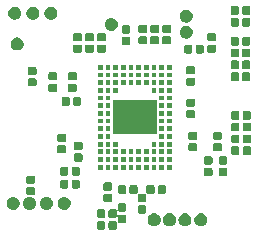
<source format=gbr>
G04 #@! TF.GenerationSoftware,KiCad,Pcbnew,5.1.5+dfsg1-2~bpo10+1*
G04 #@! TF.CreationDate,2020-02-19T21:48:08+01:00*
G04 #@! TF.ProjectId,zglue-gem1-adapter,7a676c75-652d-4676-956d-312d61646170,rev?*
G04 #@! TF.SameCoordinates,Original*
G04 #@! TF.FileFunction,Soldermask,Top*
G04 #@! TF.FilePolarity,Negative*
%FSLAX46Y46*%
G04 Gerber Fmt 4.6, Leading zero omitted, Abs format (unit mm)*
G04 Created by KiCad (PCBNEW 5.1.5+dfsg1-2~bpo10+1) date 2020-02-19 21:48:08*
%MOMM*%
%LPD*%
G04 APERTURE LIST*
%ADD10C,0.100000*%
G04 APERTURE END LIST*
D10*
G36*
X10836824Y-18787080D02*
G01*
X10864545Y-18795490D01*
X10890089Y-18809144D01*
X10912480Y-18827520D01*
X10930855Y-18849909D01*
X10938637Y-18864469D01*
X10944083Y-18872619D01*
X10951013Y-18879549D01*
X10954028Y-18881563D01*
X10952509Y-18889199D01*
X10952509Y-18899000D01*
X10956000Y-18934453D01*
X10956000Y-19375547D01*
X10952920Y-19406824D01*
X10944510Y-19434545D01*
X10930856Y-19460089D01*
X10912480Y-19482480D01*
X10890089Y-19500856D01*
X10864545Y-19514510D01*
X10836824Y-19522920D01*
X10805547Y-19526000D01*
X10414453Y-19526000D01*
X10383176Y-19522920D01*
X10355455Y-19514510D01*
X10329911Y-19500856D01*
X10307520Y-19482480D01*
X10289144Y-19460089D01*
X10275490Y-19434545D01*
X10267080Y-19406824D01*
X10264000Y-19375547D01*
X10264000Y-18934453D01*
X10267080Y-18903176D01*
X10275490Y-18875455D01*
X10289144Y-18849911D01*
X10307520Y-18827520D01*
X10329911Y-18809144D01*
X10355455Y-18795490D01*
X10383176Y-18787080D01*
X10414453Y-18784000D01*
X10805547Y-18784000D01*
X10836824Y-18787080D01*
G37*
G36*
X9866824Y-18787080D02*
G01*
X9894545Y-18795490D01*
X9920089Y-18809144D01*
X9942480Y-18827520D01*
X9960856Y-18849911D01*
X9974510Y-18875455D01*
X9982920Y-18903176D01*
X9986000Y-18934453D01*
X9986000Y-19375547D01*
X9982920Y-19406824D01*
X9974510Y-19434545D01*
X9960856Y-19460089D01*
X9942480Y-19482480D01*
X9920089Y-19500856D01*
X9894545Y-19514510D01*
X9866824Y-19522920D01*
X9835547Y-19526000D01*
X9444453Y-19526000D01*
X9413176Y-19522920D01*
X9385455Y-19514510D01*
X9359911Y-19500856D01*
X9337520Y-19482480D01*
X9319144Y-19460089D01*
X9305490Y-19434545D01*
X9297080Y-19406824D01*
X9294000Y-19375547D01*
X9294000Y-18934453D01*
X9297080Y-18903176D01*
X9305490Y-18875455D01*
X9319144Y-18849911D01*
X9337520Y-18827520D01*
X9359911Y-18809144D01*
X9385455Y-18795490D01*
X9413176Y-18787080D01*
X9444453Y-18784000D01*
X9835547Y-18784000D01*
X9866824Y-18787080D01*
G37*
G36*
X16890719Y-18140974D02*
G01*
X16890722Y-18140975D01*
X16890721Y-18140975D01*
X16990996Y-18182510D01*
X17081242Y-18242810D01*
X17157990Y-18319558D01*
X17218290Y-18409804D01*
X17241703Y-18466329D01*
X17259826Y-18510081D01*
X17281000Y-18616530D01*
X17281000Y-18725070D01*
X17259826Y-18831519D01*
X17252208Y-18849911D01*
X17218290Y-18931796D01*
X17157990Y-19022042D01*
X17081242Y-19098790D01*
X16990996Y-19159090D01*
X16920090Y-19188460D01*
X16890719Y-19200626D01*
X16784270Y-19221800D01*
X16675730Y-19221800D01*
X16569281Y-19200626D01*
X16539910Y-19188460D01*
X16469004Y-19159090D01*
X16378758Y-19098790D01*
X16302010Y-19022042D01*
X16241710Y-18931796D01*
X16207792Y-18849911D01*
X16200174Y-18831519D01*
X16179000Y-18725070D01*
X16179000Y-18616530D01*
X16200174Y-18510081D01*
X16218297Y-18466329D01*
X16241710Y-18409804D01*
X16302010Y-18319558D01*
X16378758Y-18242810D01*
X16469004Y-18182510D01*
X16569279Y-18140975D01*
X16569278Y-18140975D01*
X16569281Y-18140974D01*
X16675730Y-18119800D01*
X16784270Y-18119800D01*
X16890719Y-18140974D01*
G37*
G36*
X18230719Y-18140974D02*
G01*
X18230722Y-18140975D01*
X18230721Y-18140975D01*
X18330996Y-18182510D01*
X18421242Y-18242810D01*
X18497990Y-18319558D01*
X18558290Y-18409804D01*
X18581703Y-18466329D01*
X18599826Y-18510081D01*
X18621000Y-18616530D01*
X18621000Y-18725070D01*
X18599826Y-18831519D01*
X18592208Y-18849911D01*
X18558290Y-18931796D01*
X18497990Y-19022042D01*
X18421242Y-19098790D01*
X18330996Y-19159090D01*
X18260090Y-19188460D01*
X18230719Y-19200626D01*
X18124270Y-19221800D01*
X18015730Y-19221800D01*
X17909281Y-19200626D01*
X17879910Y-19188460D01*
X17809004Y-19159090D01*
X17718758Y-19098790D01*
X17642010Y-19022042D01*
X17581710Y-18931796D01*
X17547792Y-18849911D01*
X17540174Y-18831519D01*
X17519000Y-18725070D01*
X17519000Y-18616530D01*
X17540174Y-18510081D01*
X17558297Y-18466329D01*
X17581710Y-18409804D01*
X17642010Y-18319558D01*
X17718758Y-18242810D01*
X17809004Y-18182510D01*
X17909279Y-18140975D01*
X17909278Y-18140975D01*
X17909281Y-18140974D01*
X18015730Y-18119800D01*
X18124270Y-18119800D01*
X18230719Y-18140974D01*
G37*
G36*
X15590719Y-18140974D02*
G01*
X15590722Y-18140975D01*
X15590721Y-18140975D01*
X15690996Y-18182510D01*
X15781242Y-18242810D01*
X15857990Y-18319558D01*
X15918290Y-18409804D01*
X15941703Y-18466329D01*
X15959826Y-18510081D01*
X15981000Y-18616530D01*
X15981000Y-18725070D01*
X15959826Y-18831519D01*
X15952208Y-18849911D01*
X15918290Y-18931796D01*
X15857990Y-19022042D01*
X15781242Y-19098790D01*
X15690996Y-19159090D01*
X15620090Y-19188460D01*
X15590719Y-19200626D01*
X15484270Y-19221800D01*
X15375730Y-19221800D01*
X15269281Y-19200626D01*
X15239910Y-19188460D01*
X15169004Y-19159090D01*
X15078758Y-19098790D01*
X15002010Y-19022042D01*
X14941710Y-18931796D01*
X14907792Y-18849911D01*
X14900174Y-18831519D01*
X14879000Y-18725070D01*
X14879000Y-18616530D01*
X14900174Y-18510081D01*
X14918297Y-18466329D01*
X14941710Y-18409804D01*
X15002010Y-18319558D01*
X15078758Y-18242810D01*
X15169004Y-18182510D01*
X15269279Y-18140975D01*
X15269278Y-18140975D01*
X15269281Y-18140974D01*
X15375730Y-18119800D01*
X15484270Y-18119800D01*
X15590719Y-18140974D01*
G37*
G36*
X14300719Y-18130974D02*
G01*
X14324861Y-18140974D01*
X14400996Y-18172510D01*
X14491242Y-18232810D01*
X14567990Y-18309558D01*
X14628290Y-18399804D01*
X14642680Y-18434545D01*
X14669826Y-18500081D01*
X14691000Y-18606530D01*
X14691000Y-18715070D01*
X14669826Y-18821519D01*
X14669825Y-18821521D01*
X14628290Y-18921796D01*
X14567990Y-19012042D01*
X14491242Y-19088790D01*
X14400996Y-19149090D01*
X14330090Y-19178460D01*
X14300719Y-19190626D01*
X14194270Y-19211800D01*
X14085730Y-19211800D01*
X13979281Y-19190626D01*
X13949910Y-19178460D01*
X13879004Y-19149090D01*
X13788758Y-19088790D01*
X13712010Y-19012042D01*
X13651710Y-18921796D01*
X13610175Y-18821521D01*
X13610174Y-18821519D01*
X13589000Y-18715070D01*
X13589000Y-18606530D01*
X13610174Y-18500081D01*
X13637320Y-18434545D01*
X13651710Y-18399804D01*
X13712010Y-18309558D01*
X13788758Y-18232810D01*
X13879004Y-18172510D01*
X13955139Y-18140974D01*
X13979281Y-18130974D01*
X14085730Y-18109800D01*
X14194270Y-18109800D01*
X14300719Y-18130974D01*
G37*
G36*
X11651824Y-17292080D02*
G01*
X11679545Y-17300490D01*
X11705089Y-17314144D01*
X11727480Y-17332520D01*
X11745856Y-17354911D01*
X11759510Y-17380455D01*
X11767920Y-17408176D01*
X11771000Y-17439453D01*
X11771000Y-17830547D01*
X11767920Y-17861824D01*
X11759510Y-17889545D01*
X11745856Y-17915089D01*
X11727480Y-17937480D01*
X11705089Y-17955856D01*
X11679545Y-17969510D01*
X11651824Y-17977920D01*
X11620547Y-17981000D01*
X11179453Y-17981000D01*
X11148176Y-17977920D01*
X11120455Y-17969510D01*
X11094911Y-17955856D01*
X11072520Y-17937480D01*
X11054142Y-17915087D01*
X11049982Y-17907305D01*
X11044537Y-17899156D01*
X11037606Y-17892225D01*
X11029456Y-17886780D01*
X11020400Y-17883029D01*
X11010787Y-17881118D01*
X11000986Y-17881118D01*
X10991372Y-17883030D01*
X10982317Y-17886782D01*
X10974168Y-17892227D01*
X10967237Y-17899158D01*
X10961792Y-17907308D01*
X10958041Y-17916364D01*
X10956130Y-17925977D01*
X10956131Y-17932000D01*
X10956000Y-17932000D01*
X10956000Y-18308917D01*
X10956961Y-18318671D01*
X10959806Y-18328051D01*
X10964426Y-18336695D01*
X10970644Y-18344272D01*
X10978221Y-18350490D01*
X10986865Y-18355110D01*
X10996245Y-18357955D01*
X11005999Y-18358916D01*
X11015753Y-18357955D01*
X11025133Y-18355110D01*
X11033777Y-18350490D01*
X11041354Y-18344272D01*
X11050094Y-18332487D01*
X11054144Y-18324911D01*
X11072520Y-18302520D01*
X11094911Y-18284144D01*
X11120455Y-18270490D01*
X11148176Y-18262080D01*
X11179453Y-18259000D01*
X11620547Y-18259000D01*
X11651824Y-18262080D01*
X11679545Y-18270490D01*
X11705089Y-18284144D01*
X11727480Y-18302520D01*
X11745856Y-18324911D01*
X11759510Y-18350455D01*
X11767920Y-18378176D01*
X11771000Y-18409453D01*
X11771000Y-18800547D01*
X11767920Y-18831824D01*
X11759510Y-18859545D01*
X11745856Y-18885089D01*
X11727480Y-18907480D01*
X11705089Y-18925856D01*
X11679545Y-18939510D01*
X11651824Y-18947920D01*
X11620547Y-18951000D01*
X11179453Y-18951000D01*
X11148176Y-18947920D01*
X11120455Y-18939510D01*
X11094911Y-18925856D01*
X11072520Y-18907480D01*
X11054145Y-18885091D01*
X11046363Y-18870531D01*
X11040917Y-18862381D01*
X11033987Y-18855451D01*
X11030972Y-18853437D01*
X11032491Y-18845801D01*
X11032491Y-18836000D01*
X11029000Y-18800547D01*
X11029000Y-18476083D01*
X11028039Y-18466329D01*
X11025194Y-18456949D01*
X11020574Y-18448305D01*
X11014356Y-18440728D01*
X11006779Y-18434510D01*
X10998135Y-18429890D01*
X10988755Y-18427045D01*
X10979001Y-18426084D01*
X10969247Y-18427045D01*
X10959867Y-18429890D01*
X10951223Y-18434510D01*
X10943646Y-18440728D01*
X10934906Y-18452513D01*
X10930856Y-18460089D01*
X10912480Y-18482480D01*
X10890089Y-18500856D01*
X10864545Y-18514510D01*
X10836824Y-18522920D01*
X10805547Y-18526000D01*
X10414453Y-18526000D01*
X10383176Y-18522920D01*
X10355455Y-18514510D01*
X10329911Y-18500856D01*
X10307520Y-18482480D01*
X10289144Y-18460089D01*
X10275490Y-18434545D01*
X10267080Y-18406824D01*
X10264000Y-18375547D01*
X10264000Y-17934453D01*
X10267080Y-17903176D01*
X10275490Y-17875455D01*
X10289144Y-17849911D01*
X10307520Y-17827520D01*
X10329911Y-17809144D01*
X10355455Y-17795490D01*
X10383176Y-17787080D01*
X10414453Y-17784000D01*
X10805547Y-17784000D01*
X10836824Y-17787080D01*
X10864545Y-17795490D01*
X10890089Y-17809144D01*
X10912480Y-17827520D01*
X10930858Y-17849913D01*
X10935018Y-17857695D01*
X10940463Y-17865844D01*
X10947394Y-17872775D01*
X10955544Y-17878220D01*
X10964600Y-17881971D01*
X10974213Y-17883882D01*
X10984014Y-17883882D01*
X10993628Y-17881970D01*
X11002683Y-17878218D01*
X11010832Y-17872773D01*
X11017763Y-17865842D01*
X11023208Y-17857692D01*
X11026959Y-17848636D01*
X11028870Y-17839023D01*
X11028869Y-17833000D01*
X11029000Y-17833000D01*
X11029000Y-17439453D01*
X11032080Y-17408176D01*
X11040490Y-17380455D01*
X11054144Y-17354911D01*
X11072520Y-17332520D01*
X11094911Y-17314144D01*
X11120455Y-17300490D01*
X11148176Y-17292080D01*
X11179453Y-17289000D01*
X11620547Y-17289000D01*
X11651824Y-17292080D01*
G37*
G36*
X9866824Y-17787080D02*
G01*
X9894545Y-17795490D01*
X9920089Y-17809144D01*
X9942480Y-17827520D01*
X9960856Y-17849911D01*
X9974510Y-17875455D01*
X9982920Y-17903176D01*
X9986000Y-17934453D01*
X9986000Y-18375547D01*
X9982920Y-18406824D01*
X9974510Y-18434545D01*
X9960856Y-18460089D01*
X9942480Y-18482480D01*
X9920089Y-18500856D01*
X9894545Y-18514510D01*
X9866824Y-18522920D01*
X9835547Y-18526000D01*
X9444453Y-18526000D01*
X9413176Y-18522920D01*
X9385455Y-18514510D01*
X9359911Y-18500856D01*
X9337520Y-18482480D01*
X9319144Y-18460089D01*
X9305490Y-18434545D01*
X9297080Y-18406824D01*
X9294000Y-18375547D01*
X9294000Y-17934453D01*
X9297080Y-17903176D01*
X9305490Y-17875455D01*
X9319144Y-17849911D01*
X9337520Y-17827520D01*
X9359911Y-17809144D01*
X9385455Y-17795490D01*
X9413176Y-17787080D01*
X9444453Y-17784000D01*
X9835547Y-17784000D01*
X9866824Y-17787080D01*
G37*
G36*
X13351824Y-17462080D02*
G01*
X13379545Y-17470490D01*
X13405089Y-17484144D01*
X13427480Y-17502520D01*
X13445856Y-17524911D01*
X13459510Y-17550455D01*
X13467920Y-17578176D01*
X13471000Y-17609453D01*
X13471000Y-18000547D01*
X13467920Y-18031824D01*
X13459510Y-18059545D01*
X13445856Y-18085089D01*
X13427480Y-18107480D01*
X13405089Y-18125856D01*
X13379545Y-18139510D01*
X13351824Y-18147920D01*
X13320547Y-18151000D01*
X12879453Y-18151000D01*
X12848176Y-18147920D01*
X12820455Y-18139510D01*
X12794911Y-18125856D01*
X12772520Y-18107480D01*
X12754144Y-18085089D01*
X12740490Y-18059545D01*
X12732080Y-18031824D01*
X12729000Y-18000547D01*
X12729000Y-17609453D01*
X12732080Y-17578176D01*
X12740490Y-17550455D01*
X12754144Y-17524911D01*
X12772520Y-17502520D01*
X12794911Y-17484144D01*
X12820455Y-17470490D01*
X12848176Y-17462080D01*
X12879453Y-17459000D01*
X13320547Y-17459000D01*
X13351824Y-17462080D01*
G37*
G36*
X2360719Y-16760974D02*
G01*
X2360722Y-16760975D01*
X2360721Y-16760975D01*
X2460996Y-16802510D01*
X2551242Y-16862810D01*
X2627990Y-16939558D01*
X2688290Y-17029804D01*
X2701553Y-17061824D01*
X2729826Y-17130081D01*
X2751000Y-17236530D01*
X2751000Y-17345070D01*
X2729826Y-17451519D01*
X2725451Y-17462080D01*
X2688290Y-17551796D01*
X2627990Y-17642042D01*
X2551242Y-17718790D01*
X2460996Y-17779090D01*
X2417349Y-17797169D01*
X2360719Y-17820626D01*
X2254270Y-17841800D01*
X2145730Y-17841800D01*
X2039281Y-17820626D01*
X1982651Y-17797169D01*
X1939004Y-17779090D01*
X1848758Y-17718790D01*
X1772010Y-17642042D01*
X1711710Y-17551796D01*
X1674549Y-17462080D01*
X1670174Y-17451519D01*
X1649000Y-17345070D01*
X1649000Y-17236530D01*
X1670174Y-17130081D01*
X1698447Y-17061824D01*
X1711710Y-17029804D01*
X1772010Y-16939558D01*
X1848758Y-16862810D01*
X1939004Y-16802510D01*
X2039279Y-16760975D01*
X2039278Y-16760975D01*
X2039281Y-16760974D01*
X2145730Y-16739800D01*
X2254270Y-16739800D01*
X2360719Y-16760974D01*
G37*
G36*
X3740719Y-16760974D02*
G01*
X3740722Y-16760975D01*
X3740721Y-16760975D01*
X3840996Y-16802510D01*
X3931242Y-16862810D01*
X4007990Y-16939558D01*
X4068290Y-17029804D01*
X4081553Y-17061824D01*
X4109826Y-17130081D01*
X4131000Y-17236530D01*
X4131000Y-17345070D01*
X4109826Y-17451519D01*
X4105451Y-17462080D01*
X4068290Y-17551796D01*
X4007990Y-17642042D01*
X3931242Y-17718790D01*
X3840996Y-17779090D01*
X3797349Y-17797169D01*
X3740719Y-17820626D01*
X3634270Y-17841800D01*
X3525730Y-17841800D01*
X3419281Y-17820626D01*
X3362651Y-17797169D01*
X3319004Y-17779090D01*
X3228758Y-17718790D01*
X3152010Y-17642042D01*
X3091710Y-17551796D01*
X3054549Y-17462080D01*
X3050174Y-17451519D01*
X3029000Y-17345070D01*
X3029000Y-17236530D01*
X3050174Y-17130081D01*
X3078447Y-17061824D01*
X3091710Y-17029804D01*
X3152010Y-16939558D01*
X3228758Y-16862810D01*
X3319004Y-16802510D01*
X3419279Y-16760975D01*
X3419278Y-16760975D01*
X3419281Y-16760974D01*
X3525730Y-16739800D01*
X3634270Y-16739800D01*
X3740719Y-16760974D01*
G37*
G36*
X5170719Y-16760974D02*
G01*
X5170722Y-16760975D01*
X5170721Y-16760975D01*
X5270996Y-16802510D01*
X5361242Y-16862810D01*
X5437990Y-16939558D01*
X5498290Y-17029804D01*
X5511553Y-17061824D01*
X5539826Y-17130081D01*
X5561000Y-17236530D01*
X5561000Y-17345070D01*
X5539826Y-17451519D01*
X5535451Y-17462080D01*
X5498290Y-17551796D01*
X5437990Y-17642042D01*
X5361242Y-17718790D01*
X5270996Y-17779090D01*
X5227349Y-17797169D01*
X5170719Y-17820626D01*
X5064270Y-17841800D01*
X4955730Y-17841800D01*
X4849281Y-17820626D01*
X4792651Y-17797169D01*
X4749004Y-17779090D01*
X4658758Y-17718790D01*
X4582010Y-17642042D01*
X4521710Y-17551796D01*
X4484549Y-17462080D01*
X4480174Y-17451519D01*
X4459000Y-17345070D01*
X4459000Y-17236530D01*
X4480174Y-17130081D01*
X4508447Y-17061824D01*
X4521710Y-17029804D01*
X4582010Y-16939558D01*
X4658758Y-16862810D01*
X4749004Y-16802510D01*
X4849279Y-16760975D01*
X4849278Y-16760975D01*
X4849281Y-16760974D01*
X4955730Y-16739800D01*
X5064270Y-16739800D01*
X5170719Y-16760974D01*
G37*
G36*
X6680719Y-16760974D02*
G01*
X6680722Y-16760975D01*
X6680721Y-16760975D01*
X6780996Y-16802510D01*
X6871242Y-16862810D01*
X6947990Y-16939558D01*
X7008290Y-17029804D01*
X7021553Y-17061824D01*
X7049826Y-17130081D01*
X7071000Y-17236530D01*
X7071000Y-17345070D01*
X7049826Y-17451519D01*
X7045451Y-17462080D01*
X7008290Y-17551796D01*
X6947990Y-17642042D01*
X6871242Y-17718790D01*
X6780996Y-17779090D01*
X6737349Y-17797169D01*
X6680719Y-17820626D01*
X6574270Y-17841800D01*
X6465730Y-17841800D01*
X6359281Y-17820626D01*
X6302651Y-17797169D01*
X6259004Y-17779090D01*
X6168758Y-17718790D01*
X6092010Y-17642042D01*
X6031710Y-17551796D01*
X5994549Y-17462080D01*
X5990174Y-17451519D01*
X5969000Y-17345070D01*
X5969000Y-17236530D01*
X5990174Y-17130081D01*
X6018447Y-17061824D01*
X6031710Y-17029804D01*
X6092010Y-16939558D01*
X6168758Y-16862810D01*
X6259004Y-16802510D01*
X6359279Y-16760975D01*
X6359278Y-16760975D01*
X6359281Y-16760974D01*
X6465730Y-16739800D01*
X6574270Y-16739800D01*
X6680719Y-16760974D01*
G37*
G36*
X10451824Y-16492080D02*
G01*
X10479545Y-16500490D01*
X10505089Y-16514144D01*
X10527480Y-16532520D01*
X10545856Y-16554911D01*
X10559510Y-16580455D01*
X10567920Y-16608176D01*
X10571000Y-16639453D01*
X10571000Y-17030547D01*
X10567920Y-17061824D01*
X10559510Y-17089545D01*
X10545856Y-17115089D01*
X10527480Y-17137480D01*
X10505089Y-17155856D01*
X10479545Y-17169510D01*
X10451824Y-17177920D01*
X10420547Y-17181000D01*
X9979453Y-17181000D01*
X9948176Y-17177920D01*
X9920455Y-17169510D01*
X9894911Y-17155856D01*
X9872520Y-17137480D01*
X9854144Y-17115089D01*
X9840490Y-17089545D01*
X9832080Y-17061824D01*
X9829000Y-17030547D01*
X9829000Y-16639453D01*
X9832080Y-16608176D01*
X9840490Y-16580455D01*
X9854144Y-16554911D01*
X9872520Y-16532520D01*
X9894911Y-16514144D01*
X9920455Y-16500490D01*
X9948176Y-16492080D01*
X9979453Y-16489000D01*
X10420547Y-16489000D01*
X10451824Y-16492080D01*
G37*
G36*
X13351824Y-16492080D02*
G01*
X13379545Y-16500490D01*
X13405089Y-16514144D01*
X13427480Y-16532520D01*
X13445856Y-16554911D01*
X13459510Y-16580455D01*
X13467920Y-16608176D01*
X13471000Y-16639453D01*
X13471000Y-17030547D01*
X13467920Y-17061824D01*
X13459510Y-17089545D01*
X13445856Y-17115089D01*
X13427480Y-17137480D01*
X13405089Y-17155856D01*
X13379545Y-17169510D01*
X13351824Y-17177920D01*
X13320547Y-17181000D01*
X12879453Y-17181000D01*
X12848176Y-17177920D01*
X12820455Y-17169510D01*
X12794911Y-17155856D01*
X12772520Y-17137480D01*
X12754144Y-17115089D01*
X12740490Y-17089545D01*
X12732080Y-17061824D01*
X12729000Y-17030547D01*
X12729000Y-16639453D01*
X12732080Y-16608176D01*
X12740490Y-16580455D01*
X12754144Y-16554911D01*
X12772520Y-16532520D01*
X12794911Y-16514144D01*
X12820455Y-16500490D01*
X12848176Y-16492080D01*
X12879453Y-16489000D01*
X13320547Y-16489000D01*
X13351824Y-16492080D01*
G37*
G36*
X3921824Y-15912080D02*
G01*
X3949545Y-15920490D01*
X3975089Y-15934144D01*
X3997480Y-15952520D01*
X4015856Y-15974911D01*
X4029510Y-16000455D01*
X4037920Y-16028176D01*
X4041000Y-16059453D01*
X4041000Y-16450547D01*
X4037920Y-16481824D01*
X4029510Y-16509545D01*
X4015856Y-16535089D01*
X3997480Y-16557480D01*
X3975089Y-16575856D01*
X3949545Y-16589510D01*
X3921824Y-16597920D01*
X3890547Y-16601000D01*
X3449453Y-16601000D01*
X3418176Y-16597920D01*
X3390455Y-16589510D01*
X3364911Y-16575856D01*
X3342520Y-16557480D01*
X3324144Y-16535089D01*
X3310490Y-16509545D01*
X3302080Y-16481824D01*
X3299000Y-16450547D01*
X3299000Y-16059453D01*
X3302080Y-16028176D01*
X3310490Y-16000455D01*
X3324144Y-15974911D01*
X3342520Y-15952520D01*
X3364911Y-15934144D01*
X3390455Y-15920490D01*
X3418176Y-15912080D01*
X3449453Y-15909000D01*
X3890547Y-15909000D01*
X3921824Y-15912080D01*
G37*
G36*
X15011824Y-15752080D02*
G01*
X15039545Y-15760490D01*
X15065089Y-15774144D01*
X15087480Y-15792520D01*
X15105856Y-15814911D01*
X15119510Y-15840455D01*
X15127920Y-15868176D01*
X15131000Y-15899453D01*
X15131000Y-16340547D01*
X15127920Y-16371824D01*
X15119510Y-16399545D01*
X15105856Y-16425089D01*
X15087480Y-16447480D01*
X15065089Y-16465856D01*
X15039545Y-16479510D01*
X15011824Y-16487920D01*
X14980547Y-16491000D01*
X14589453Y-16491000D01*
X14558176Y-16487920D01*
X14530455Y-16479510D01*
X14504911Y-16465856D01*
X14482520Y-16447480D01*
X14464144Y-16425089D01*
X14450490Y-16399545D01*
X14442080Y-16371824D01*
X14439000Y-16340547D01*
X14439000Y-15899453D01*
X14442080Y-15868176D01*
X14450490Y-15840455D01*
X14464144Y-15814911D01*
X14482520Y-15792520D01*
X14504911Y-15774144D01*
X14530455Y-15760490D01*
X14558176Y-15752080D01*
X14589453Y-15749000D01*
X14980547Y-15749000D01*
X15011824Y-15752080D01*
G37*
G36*
X11641824Y-15752080D02*
G01*
X11669545Y-15760490D01*
X11695089Y-15774144D01*
X11717480Y-15792520D01*
X11735856Y-15814911D01*
X11749510Y-15840455D01*
X11757920Y-15868176D01*
X11761000Y-15899453D01*
X11761000Y-16340547D01*
X11757920Y-16371824D01*
X11749510Y-16399545D01*
X11735856Y-16425089D01*
X11717480Y-16447480D01*
X11695089Y-16465856D01*
X11669545Y-16479510D01*
X11641824Y-16487920D01*
X11610547Y-16491000D01*
X11219453Y-16491000D01*
X11188176Y-16487920D01*
X11160455Y-16479510D01*
X11134911Y-16465856D01*
X11112520Y-16447480D01*
X11094144Y-16425089D01*
X11080490Y-16399545D01*
X11072080Y-16371824D01*
X11069000Y-16340547D01*
X11069000Y-15899453D01*
X11072080Y-15868176D01*
X11080490Y-15840455D01*
X11094144Y-15814911D01*
X11112520Y-15792520D01*
X11134911Y-15774144D01*
X11160455Y-15760490D01*
X11188176Y-15752080D01*
X11219453Y-15749000D01*
X11610547Y-15749000D01*
X11641824Y-15752080D01*
G37*
G36*
X12611824Y-15752080D02*
G01*
X12639545Y-15760490D01*
X12665089Y-15774144D01*
X12687480Y-15792520D01*
X12705856Y-15814911D01*
X12719510Y-15840455D01*
X12727920Y-15868176D01*
X12731000Y-15899453D01*
X12731000Y-16340547D01*
X12727920Y-16371824D01*
X12719510Y-16399545D01*
X12705856Y-16425089D01*
X12687480Y-16447480D01*
X12665089Y-16465856D01*
X12639545Y-16479510D01*
X12611824Y-16487920D01*
X12580547Y-16491000D01*
X12189453Y-16491000D01*
X12158176Y-16487920D01*
X12130455Y-16479510D01*
X12104911Y-16465856D01*
X12082520Y-16447480D01*
X12064144Y-16425089D01*
X12050490Y-16399545D01*
X12042080Y-16371824D01*
X12039000Y-16340547D01*
X12039000Y-15899453D01*
X12042080Y-15868176D01*
X12050490Y-15840455D01*
X12064144Y-15814911D01*
X12082520Y-15792520D01*
X12104911Y-15774144D01*
X12130455Y-15760490D01*
X12158176Y-15752080D01*
X12189453Y-15749000D01*
X12580547Y-15749000D01*
X12611824Y-15752080D01*
G37*
G36*
X14041824Y-15752080D02*
G01*
X14069545Y-15760490D01*
X14095089Y-15774144D01*
X14117480Y-15792520D01*
X14135856Y-15814911D01*
X14149510Y-15840455D01*
X14157920Y-15868176D01*
X14161000Y-15899453D01*
X14161000Y-16340547D01*
X14157920Y-16371824D01*
X14149510Y-16399545D01*
X14135856Y-16425089D01*
X14117480Y-16447480D01*
X14095089Y-16465856D01*
X14069545Y-16479510D01*
X14041824Y-16487920D01*
X14010547Y-16491000D01*
X13619453Y-16491000D01*
X13588176Y-16487920D01*
X13560455Y-16479510D01*
X13534911Y-16465856D01*
X13512520Y-16447480D01*
X13494144Y-16425089D01*
X13480490Y-16399545D01*
X13472080Y-16371824D01*
X13469000Y-16340547D01*
X13469000Y-15899453D01*
X13472080Y-15868176D01*
X13480490Y-15840455D01*
X13494144Y-15814911D01*
X13512520Y-15792520D01*
X13534911Y-15774144D01*
X13560455Y-15760490D01*
X13588176Y-15752080D01*
X13619453Y-15749000D01*
X14010547Y-15749000D01*
X14041824Y-15752080D01*
G37*
G36*
X10451824Y-15522080D02*
G01*
X10479545Y-15530490D01*
X10505089Y-15544144D01*
X10527480Y-15562520D01*
X10545856Y-15584911D01*
X10559510Y-15610455D01*
X10567920Y-15638176D01*
X10571000Y-15669453D01*
X10571000Y-16060547D01*
X10567920Y-16091824D01*
X10559510Y-16119545D01*
X10545856Y-16145089D01*
X10527480Y-16167480D01*
X10505089Y-16185856D01*
X10479545Y-16199510D01*
X10451824Y-16207920D01*
X10420547Y-16211000D01*
X9979453Y-16211000D01*
X9948176Y-16207920D01*
X9920455Y-16199510D01*
X9894911Y-16185856D01*
X9872520Y-16167480D01*
X9854144Y-16145089D01*
X9840490Y-16119545D01*
X9832080Y-16091824D01*
X9829000Y-16060547D01*
X9829000Y-15669453D01*
X9832080Y-15638176D01*
X9840490Y-15610455D01*
X9854144Y-15584911D01*
X9872520Y-15562520D01*
X9894911Y-15544144D01*
X9920455Y-15530490D01*
X9948176Y-15522080D01*
X9979453Y-15519000D01*
X10420547Y-15519000D01*
X10451824Y-15522080D01*
G37*
G36*
X7721824Y-15292080D02*
G01*
X7749545Y-15300490D01*
X7775089Y-15314144D01*
X7797480Y-15332520D01*
X7815856Y-15354911D01*
X7829510Y-15380455D01*
X7837920Y-15408176D01*
X7841000Y-15439453D01*
X7841000Y-15880547D01*
X7837920Y-15911824D01*
X7829510Y-15939545D01*
X7815856Y-15965089D01*
X7797480Y-15987480D01*
X7775089Y-16005856D01*
X7749545Y-16019510D01*
X7721824Y-16027920D01*
X7690547Y-16031000D01*
X7299453Y-16031000D01*
X7268176Y-16027920D01*
X7240455Y-16019510D01*
X7214911Y-16005856D01*
X7192520Y-15987480D01*
X7174144Y-15965089D01*
X7160490Y-15939545D01*
X7152080Y-15911824D01*
X7149000Y-15880547D01*
X7149000Y-15439453D01*
X7152080Y-15408176D01*
X7160490Y-15380455D01*
X7174144Y-15354911D01*
X7192520Y-15332520D01*
X7214911Y-15314144D01*
X7240455Y-15300490D01*
X7268176Y-15292080D01*
X7299453Y-15289000D01*
X7690547Y-15289000D01*
X7721824Y-15292080D01*
G37*
G36*
X6751824Y-15292080D02*
G01*
X6779545Y-15300490D01*
X6805089Y-15314144D01*
X6827480Y-15332520D01*
X6845856Y-15354911D01*
X6859510Y-15380455D01*
X6867920Y-15408176D01*
X6871000Y-15439453D01*
X6871000Y-15880547D01*
X6867920Y-15911824D01*
X6859510Y-15939545D01*
X6845856Y-15965089D01*
X6827480Y-15987480D01*
X6805089Y-16005856D01*
X6779545Y-16019510D01*
X6751824Y-16027920D01*
X6720547Y-16031000D01*
X6329453Y-16031000D01*
X6298176Y-16027920D01*
X6270455Y-16019510D01*
X6244911Y-16005856D01*
X6222520Y-15987480D01*
X6204144Y-15965089D01*
X6190490Y-15939545D01*
X6182080Y-15911824D01*
X6179000Y-15880547D01*
X6179000Y-15439453D01*
X6182080Y-15408176D01*
X6190490Y-15380455D01*
X6204144Y-15354911D01*
X6222520Y-15332520D01*
X6244911Y-15314144D01*
X6270455Y-15300490D01*
X6298176Y-15292080D01*
X6329453Y-15289000D01*
X6720547Y-15289000D01*
X6751824Y-15292080D01*
G37*
G36*
X3921824Y-14942080D02*
G01*
X3949545Y-14950490D01*
X3975089Y-14964144D01*
X3997480Y-14982520D01*
X4015856Y-15004911D01*
X4029510Y-15030455D01*
X4037920Y-15058176D01*
X4041000Y-15089453D01*
X4041000Y-15480547D01*
X4037920Y-15511824D01*
X4029510Y-15539545D01*
X4015856Y-15565089D01*
X3997480Y-15587480D01*
X3975089Y-15605856D01*
X3949545Y-15619510D01*
X3921824Y-15627920D01*
X3890547Y-15631000D01*
X3449453Y-15631000D01*
X3418176Y-15627920D01*
X3390455Y-15619510D01*
X3364911Y-15605856D01*
X3342520Y-15587480D01*
X3324144Y-15565089D01*
X3310490Y-15539545D01*
X3302080Y-15511824D01*
X3299000Y-15480547D01*
X3299000Y-15089453D01*
X3302080Y-15058176D01*
X3310490Y-15030455D01*
X3324144Y-15004911D01*
X3342520Y-14982520D01*
X3364911Y-14964144D01*
X3390455Y-14950490D01*
X3418176Y-14942080D01*
X3449453Y-14939000D01*
X3890547Y-14939000D01*
X3921824Y-14942080D01*
G37*
G36*
X18951824Y-14282080D02*
G01*
X18979545Y-14290490D01*
X19005089Y-14304144D01*
X19027480Y-14322520D01*
X19045856Y-14344911D01*
X19059510Y-14370455D01*
X19067920Y-14398176D01*
X19071000Y-14429453D01*
X19071000Y-14820547D01*
X19067920Y-14851824D01*
X19059510Y-14879545D01*
X19045856Y-14905089D01*
X19027480Y-14927480D01*
X19005089Y-14945856D01*
X18979545Y-14959510D01*
X18951824Y-14967920D01*
X18920547Y-14971000D01*
X18479453Y-14971000D01*
X18448176Y-14967920D01*
X18420455Y-14959510D01*
X18394911Y-14945856D01*
X18372520Y-14927480D01*
X18354144Y-14905089D01*
X18340490Y-14879545D01*
X18332080Y-14851824D01*
X18329000Y-14820547D01*
X18329000Y-14429453D01*
X18332080Y-14398176D01*
X18340490Y-14370455D01*
X18354144Y-14344911D01*
X18372520Y-14322520D01*
X18394911Y-14304144D01*
X18420455Y-14290490D01*
X18448176Y-14282080D01*
X18479453Y-14279000D01*
X18920547Y-14279000D01*
X18951824Y-14282080D01*
G37*
G36*
X20201824Y-14282080D02*
G01*
X20229545Y-14290490D01*
X20255089Y-14304144D01*
X20277480Y-14322520D01*
X20295856Y-14344911D01*
X20309510Y-14370455D01*
X20317920Y-14398176D01*
X20321000Y-14429453D01*
X20321000Y-14820547D01*
X20317920Y-14851824D01*
X20309510Y-14879545D01*
X20295856Y-14905089D01*
X20277480Y-14927480D01*
X20255089Y-14945856D01*
X20229545Y-14959510D01*
X20201824Y-14967920D01*
X20170547Y-14971000D01*
X19729453Y-14971000D01*
X19698176Y-14967920D01*
X19670455Y-14959510D01*
X19644911Y-14945856D01*
X19622520Y-14927480D01*
X19604144Y-14905089D01*
X19590490Y-14879545D01*
X19582080Y-14851824D01*
X19579000Y-14820547D01*
X19579000Y-14429453D01*
X19582080Y-14398176D01*
X19590490Y-14370455D01*
X19604144Y-14344911D01*
X19622520Y-14322520D01*
X19644911Y-14304144D01*
X19670455Y-14290490D01*
X19698176Y-14282080D01*
X19729453Y-14279000D01*
X20170547Y-14279000D01*
X20201824Y-14282080D01*
G37*
G36*
X6741824Y-14202080D02*
G01*
X6769545Y-14210490D01*
X6795089Y-14224144D01*
X6817480Y-14242520D01*
X6835856Y-14264911D01*
X6849510Y-14290455D01*
X6857920Y-14318176D01*
X6861000Y-14349453D01*
X6861000Y-14790547D01*
X6857920Y-14821824D01*
X6849510Y-14849545D01*
X6835856Y-14875089D01*
X6817480Y-14897480D01*
X6795089Y-14915856D01*
X6769545Y-14929510D01*
X6741824Y-14937920D01*
X6710547Y-14941000D01*
X6319453Y-14941000D01*
X6288176Y-14937920D01*
X6260455Y-14929510D01*
X6234911Y-14915856D01*
X6212520Y-14897480D01*
X6194144Y-14875089D01*
X6180490Y-14849545D01*
X6172080Y-14821824D01*
X6169000Y-14790547D01*
X6169000Y-14349453D01*
X6172080Y-14318176D01*
X6180490Y-14290455D01*
X6194144Y-14264911D01*
X6212520Y-14242520D01*
X6234911Y-14224144D01*
X6260455Y-14210490D01*
X6288176Y-14202080D01*
X6319453Y-14199000D01*
X6710547Y-14199000D01*
X6741824Y-14202080D01*
G37*
G36*
X7711824Y-14202080D02*
G01*
X7739545Y-14210490D01*
X7765089Y-14224144D01*
X7787480Y-14242520D01*
X7805856Y-14264911D01*
X7819510Y-14290455D01*
X7827920Y-14318176D01*
X7831000Y-14349453D01*
X7831000Y-14790547D01*
X7827920Y-14821824D01*
X7819510Y-14849545D01*
X7805856Y-14875089D01*
X7787480Y-14897480D01*
X7765089Y-14915856D01*
X7739545Y-14929510D01*
X7711824Y-14937920D01*
X7680547Y-14941000D01*
X7289453Y-14941000D01*
X7258176Y-14937920D01*
X7230455Y-14929510D01*
X7204911Y-14915856D01*
X7182520Y-14897480D01*
X7164144Y-14875089D01*
X7150490Y-14849545D01*
X7142080Y-14821824D01*
X7139000Y-14790547D01*
X7139000Y-14349453D01*
X7142080Y-14318176D01*
X7150490Y-14290455D01*
X7164144Y-14264911D01*
X7182520Y-14242520D01*
X7204911Y-14224144D01*
X7230455Y-14210490D01*
X7258176Y-14202080D01*
X7289453Y-14199000D01*
X7680547Y-14199000D01*
X7711824Y-14202080D01*
G37*
G36*
X10426000Y-14426000D02*
G01*
X10024000Y-14426000D01*
X10024000Y-14024000D01*
X10426000Y-14024000D01*
X10426000Y-14426000D01*
G37*
G36*
X15626000Y-14426000D02*
G01*
X15224000Y-14426000D01*
X15224000Y-14024000D01*
X15626000Y-14024000D01*
X15626000Y-14426000D01*
G37*
G36*
X14976000Y-14426000D02*
G01*
X14574000Y-14426000D01*
X14574000Y-14024000D01*
X14976000Y-14024000D01*
X14976000Y-14426000D01*
G37*
G36*
X14326000Y-14426000D02*
G01*
X13924000Y-14426000D01*
X13924000Y-14024000D01*
X14326000Y-14024000D01*
X14326000Y-14426000D01*
G37*
G36*
X9776000Y-14426000D02*
G01*
X9374000Y-14426000D01*
X9374000Y-14024000D01*
X9776000Y-14024000D01*
X9776000Y-14426000D01*
G37*
G36*
X11076000Y-14426000D02*
G01*
X10674000Y-14426000D01*
X10674000Y-14024000D01*
X11076000Y-14024000D01*
X11076000Y-14426000D01*
G37*
G36*
X11726000Y-14426000D02*
G01*
X11324000Y-14426000D01*
X11324000Y-14024000D01*
X11726000Y-14024000D01*
X11726000Y-14426000D01*
G37*
G36*
X12376000Y-14426000D02*
G01*
X11974000Y-14426000D01*
X11974000Y-14024000D01*
X12376000Y-14024000D01*
X12376000Y-14426000D01*
G37*
G36*
X13026000Y-14426000D02*
G01*
X12624000Y-14426000D01*
X12624000Y-14024000D01*
X13026000Y-14024000D01*
X13026000Y-14426000D01*
G37*
G36*
X13676000Y-14426000D02*
G01*
X13274000Y-14426000D01*
X13274000Y-14024000D01*
X13676000Y-14024000D01*
X13676000Y-14426000D01*
G37*
G36*
X18951824Y-13312080D02*
G01*
X18979545Y-13320490D01*
X19005089Y-13334144D01*
X19027480Y-13352520D01*
X19045856Y-13374911D01*
X19059510Y-13400455D01*
X19067920Y-13428176D01*
X19071000Y-13459453D01*
X19071000Y-13850547D01*
X19067920Y-13881824D01*
X19059510Y-13909545D01*
X19045856Y-13935089D01*
X19027480Y-13957480D01*
X19005089Y-13975856D01*
X18979545Y-13989510D01*
X18951824Y-13997920D01*
X18920547Y-14001000D01*
X18479453Y-14001000D01*
X18448176Y-13997920D01*
X18420455Y-13989510D01*
X18394911Y-13975856D01*
X18372520Y-13957480D01*
X18354144Y-13935089D01*
X18340490Y-13909545D01*
X18332080Y-13881824D01*
X18329000Y-13850547D01*
X18329000Y-13459453D01*
X18332080Y-13428176D01*
X18340490Y-13400455D01*
X18354144Y-13374911D01*
X18372520Y-13352520D01*
X18394911Y-13334144D01*
X18420455Y-13320490D01*
X18448176Y-13312080D01*
X18479453Y-13309000D01*
X18920547Y-13309000D01*
X18951824Y-13312080D01*
G37*
G36*
X20201824Y-13312080D02*
G01*
X20229545Y-13320490D01*
X20255089Y-13334144D01*
X20277480Y-13352520D01*
X20295856Y-13374911D01*
X20309510Y-13400455D01*
X20317920Y-13428176D01*
X20321000Y-13459453D01*
X20321000Y-13850547D01*
X20317920Y-13881824D01*
X20309510Y-13909545D01*
X20295856Y-13935089D01*
X20277480Y-13957480D01*
X20255089Y-13975856D01*
X20229545Y-13989510D01*
X20201824Y-13997920D01*
X20170547Y-14001000D01*
X19729453Y-14001000D01*
X19698176Y-13997920D01*
X19670455Y-13989510D01*
X19644911Y-13975856D01*
X19622520Y-13957480D01*
X19604144Y-13935089D01*
X19590490Y-13909545D01*
X19582080Y-13881824D01*
X19579000Y-13850547D01*
X19579000Y-13459453D01*
X19582080Y-13428176D01*
X19590490Y-13400455D01*
X19604144Y-13374911D01*
X19622520Y-13352520D01*
X19644911Y-13334144D01*
X19670455Y-13320490D01*
X19698176Y-13312080D01*
X19729453Y-13309000D01*
X20170547Y-13309000D01*
X20201824Y-13312080D01*
G37*
G36*
X14976000Y-13776000D02*
G01*
X14574000Y-13776000D01*
X14574000Y-13374000D01*
X14976000Y-13374000D01*
X14976000Y-13776000D01*
G37*
G36*
X15626000Y-13776000D02*
G01*
X15224000Y-13776000D01*
X15224000Y-13374000D01*
X15626000Y-13374000D01*
X15626000Y-13776000D01*
G37*
G36*
X14326000Y-13776000D02*
G01*
X13924000Y-13776000D01*
X13924000Y-13374000D01*
X14326000Y-13374000D01*
X14326000Y-13776000D01*
G37*
G36*
X9776000Y-13776000D02*
G01*
X9374000Y-13776000D01*
X9374000Y-13374000D01*
X9776000Y-13374000D01*
X9776000Y-13776000D01*
G37*
G36*
X10426000Y-13776000D02*
G01*
X10024000Y-13776000D01*
X10024000Y-13374000D01*
X10426000Y-13374000D01*
X10426000Y-13776000D01*
G37*
G36*
X11726000Y-13776000D02*
G01*
X11324000Y-13776000D01*
X11324000Y-13374000D01*
X11726000Y-13374000D01*
X11726000Y-13776000D01*
G37*
G36*
X11076000Y-13776000D02*
G01*
X10674000Y-13776000D01*
X10674000Y-13374000D01*
X11076000Y-13374000D01*
X11076000Y-13776000D01*
G37*
G36*
X13026000Y-13776000D02*
G01*
X12624000Y-13776000D01*
X12624000Y-13374000D01*
X13026000Y-13374000D01*
X13026000Y-13776000D01*
G37*
G36*
X12376000Y-13776000D02*
G01*
X11974000Y-13776000D01*
X11974000Y-13374000D01*
X12376000Y-13374000D01*
X12376000Y-13776000D01*
G37*
G36*
X13676000Y-13776000D02*
G01*
X13274000Y-13776000D01*
X13274000Y-13374000D01*
X13676000Y-13374000D01*
X13676000Y-13776000D01*
G37*
G36*
X7951824Y-13062080D02*
G01*
X7979545Y-13070490D01*
X8005089Y-13084144D01*
X8027480Y-13102520D01*
X8045856Y-13124911D01*
X8059510Y-13150455D01*
X8067920Y-13178176D01*
X8071000Y-13209453D01*
X8071000Y-13600547D01*
X8067920Y-13631824D01*
X8059510Y-13659545D01*
X8045856Y-13685089D01*
X8027480Y-13707480D01*
X8005089Y-13725856D01*
X7979545Y-13739510D01*
X7951824Y-13747920D01*
X7920547Y-13751000D01*
X7479453Y-13751000D01*
X7448176Y-13747920D01*
X7420455Y-13739510D01*
X7394911Y-13725856D01*
X7372520Y-13707480D01*
X7354144Y-13685089D01*
X7340490Y-13659545D01*
X7332080Y-13631824D01*
X7329000Y-13600547D01*
X7329000Y-13209453D01*
X7332080Y-13178176D01*
X7340490Y-13150455D01*
X7354144Y-13124911D01*
X7372520Y-13102520D01*
X7394911Y-13084144D01*
X7420455Y-13070490D01*
X7448176Y-13062080D01*
X7479453Y-13059000D01*
X7920547Y-13059000D01*
X7951824Y-13062080D01*
G37*
G36*
X22201824Y-12462080D02*
G01*
X22229545Y-12470490D01*
X22255089Y-12484144D01*
X22277480Y-12502520D01*
X22295856Y-12524911D01*
X22309510Y-12550455D01*
X22317920Y-12578176D01*
X22321000Y-12609453D01*
X22321000Y-13050547D01*
X22317920Y-13081824D01*
X22309510Y-13109545D01*
X22295856Y-13135089D01*
X22277480Y-13157480D01*
X22255089Y-13175856D01*
X22229545Y-13189510D01*
X22201824Y-13197920D01*
X22170547Y-13201000D01*
X21779453Y-13201000D01*
X21748176Y-13197920D01*
X21720455Y-13189510D01*
X21694911Y-13175856D01*
X21672520Y-13157480D01*
X21654144Y-13135089D01*
X21640490Y-13109545D01*
X21632080Y-13081824D01*
X21629000Y-13050547D01*
X21629000Y-12609453D01*
X21632080Y-12578176D01*
X21640490Y-12550455D01*
X21654144Y-12524911D01*
X21672520Y-12502520D01*
X21694911Y-12484144D01*
X21720455Y-12470490D01*
X21748176Y-12462080D01*
X21779453Y-12459000D01*
X22170547Y-12459000D01*
X22201824Y-12462080D01*
G37*
G36*
X21231824Y-12462080D02*
G01*
X21259545Y-12470490D01*
X21285089Y-12484144D01*
X21307480Y-12502520D01*
X21325856Y-12524911D01*
X21339510Y-12550455D01*
X21347920Y-12578176D01*
X21351000Y-12609453D01*
X21351000Y-13050547D01*
X21347920Y-13081824D01*
X21339510Y-13109545D01*
X21325856Y-13135089D01*
X21307480Y-13157480D01*
X21285089Y-13175856D01*
X21259545Y-13189510D01*
X21231824Y-13197920D01*
X21200547Y-13201000D01*
X20809453Y-13201000D01*
X20778176Y-13197920D01*
X20750455Y-13189510D01*
X20724911Y-13175856D01*
X20702520Y-13157480D01*
X20684144Y-13135089D01*
X20670490Y-13109545D01*
X20662080Y-13081824D01*
X20659000Y-13050547D01*
X20659000Y-12609453D01*
X20662080Y-12578176D01*
X20670490Y-12550455D01*
X20684144Y-12524911D01*
X20702520Y-12502520D01*
X20724911Y-12484144D01*
X20750455Y-12470490D01*
X20778176Y-12462080D01*
X20809453Y-12459000D01*
X21200547Y-12459000D01*
X21231824Y-12462080D01*
G37*
G36*
X11726000Y-13126000D02*
G01*
X11324000Y-13126000D01*
X11324000Y-12724000D01*
X11726000Y-12724000D01*
X11726000Y-13126000D01*
G37*
G36*
X15626000Y-13126000D02*
G01*
X15224000Y-13126000D01*
X15224000Y-12724000D01*
X15626000Y-12724000D01*
X15626000Y-13126000D01*
G37*
G36*
X14976000Y-13126000D02*
G01*
X14574000Y-13126000D01*
X14574000Y-12724000D01*
X14976000Y-12724000D01*
X14976000Y-13126000D01*
G37*
G36*
X13026000Y-13126000D02*
G01*
X12624000Y-13126000D01*
X12624000Y-12724000D01*
X13026000Y-12724000D01*
X13026000Y-13126000D01*
G37*
G36*
X10426000Y-13126000D02*
G01*
X10024000Y-13126000D01*
X10024000Y-12724000D01*
X10426000Y-12724000D01*
X10426000Y-13126000D01*
G37*
G36*
X9776000Y-13126000D02*
G01*
X9374000Y-13126000D01*
X9374000Y-12724000D01*
X9776000Y-12724000D01*
X9776000Y-13126000D01*
G37*
G36*
X14326000Y-13126000D02*
G01*
X13924000Y-13126000D01*
X13924000Y-12724000D01*
X14326000Y-12724000D01*
X14326000Y-13126000D01*
G37*
G36*
X12376000Y-13126000D02*
G01*
X11974000Y-13126000D01*
X11974000Y-12724000D01*
X12376000Y-12724000D01*
X12376000Y-13126000D01*
G37*
G36*
X11076000Y-13126000D02*
G01*
X10674000Y-13126000D01*
X10674000Y-12724000D01*
X11076000Y-12724000D01*
X11076000Y-13126000D01*
G37*
G36*
X13676000Y-13126000D02*
G01*
X13274000Y-13126000D01*
X13274000Y-12724000D01*
X13676000Y-12724000D01*
X13676000Y-13126000D01*
G37*
G36*
X6551824Y-12362080D02*
G01*
X6579545Y-12370490D01*
X6605089Y-12384144D01*
X6627480Y-12402520D01*
X6645856Y-12424911D01*
X6659510Y-12450455D01*
X6667920Y-12478176D01*
X6671000Y-12509453D01*
X6671000Y-12900547D01*
X6667920Y-12931824D01*
X6659510Y-12959545D01*
X6645856Y-12985089D01*
X6627480Y-13007480D01*
X6605089Y-13025856D01*
X6579545Y-13039510D01*
X6551824Y-13047920D01*
X6520547Y-13051000D01*
X6079453Y-13051000D01*
X6048176Y-13047920D01*
X6020455Y-13039510D01*
X5994911Y-13025856D01*
X5972520Y-13007480D01*
X5954144Y-12985089D01*
X5940490Y-12959545D01*
X5932080Y-12931824D01*
X5929000Y-12900547D01*
X5929000Y-12509453D01*
X5932080Y-12478176D01*
X5940490Y-12450455D01*
X5954144Y-12424911D01*
X5972520Y-12402520D01*
X5994911Y-12384144D01*
X6020455Y-12370490D01*
X6048176Y-12362080D01*
X6079453Y-12359000D01*
X6520547Y-12359000D01*
X6551824Y-12362080D01*
G37*
G36*
X19741824Y-12202080D02*
G01*
X19769545Y-12210490D01*
X19795089Y-12224144D01*
X19817480Y-12242520D01*
X19835856Y-12264911D01*
X19849510Y-12290455D01*
X19857920Y-12318176D01*
X19861000Y-12349453D01*
X19861000Y-12740547D01*
X19857920Y-12771824D01*
X19849510Y-12799545D01*
X19835856Y-12825089D01*
X19817480Y-12847480D01*
X19795089Y-12865856D01*
X19769545Y-12879510D01*
X19741824Y-12887920D01*
X19710547Y-12891000D01*
X19269453Y-12891000D01*
X19238176Y-12887920D01*
X19210455Y-12879510D01*
X19184911Y-12865856D01*
X19162520Y-12847480D01*
X19144144Y-12825089D01*
X19130490Y-12799545D01*
X19122080Y-12771824D01*
X19119000Y-12740547D01*
X19119000Y-12349453D01*
X19122080Y-12318176D01*
X19130490Y-12290455D01*
X19144144Y-12264911D01*
X19162520Y-12242520D01*
X19184911Y-12224144D01*
X19210455Y-12210490D01*
X19238176Y-12202080D01*
X19269453Y-12199000D01*
X19710547Y-12199000D01*
X19741824Y-12202080D01*
G37*
G36*
X17651824Y-12202080D02*
G01*
X17679545Y-12210490D01*
X17705089Y-12224144D01*
X17727480Y-12242520D01*
X17745856Y-12264911D01*
X17759510Y-12290455D01*
X17767920Y-12318176D01*
X17771000Y-12349453D01*
X17771000Y-12740547D01*
X17767920Y-12771824D01*
X17759510Y-12799545D01*
X17745856Y-12825089D01*
X17727480Y-12847480D01*
X17705089Y-12865856D01*
X17679545Y-12879510D01*
X17651824Y-12887920D01*
X17620547Y-12891000D01*
X17179453Y-12891000D01*
X17148176Y-12887920D01*
X17120455Y-12879510D01*
X17094911Y-12865856D01*
X17072520Y-12847480D01*
X17054144Y-12825089D01*
X17040490Y-12799545D01*
X17032080Y-12771824D01*
X17029000Y-12740547D01*
X17029000Y-12349453D01*
X17032080Y-12318176D01*
X17040490Y-12290455D01*
X17054144Y-12264911D01*
X17072520Y-12242520D01*
X17094911Y-12224144D01*
X17120455Y-12210490D01*
X17148176Y-12202080D01*
X17179453Y-12199000D01*
X17620547Y-12199000D01*
X17651824Y-12202080D01*
G37*
G36*
X7951824Y-12092080D02*
G01*
X7979545Y-12100490D01*
X8005089Y-12114144D01*
X8027480Y-12132520D01*
X8045856Y-12154911D01*
X8059510Y-12180455D01*
X8067920Y-12208176D01*
X8071000Y-12239453D01*
X8071000Y-12630547D01*
X8067920Y-12661824D01*
X8059510Y-12689545D01*
X8045856Y-12715089D01*
X8027480Y-12737480D01*
X8005089Y-12755856D01*
X7979545Y-12769510D01*
X7951824Y-12777920D01*
X7920547Y-12781000D01*
X7479453Y-12781000D01*
X7448176Y-12777920D01*
X7420455Y-12769510D01*
X7394911Y-12755856D01*
X7372520Y-12737480D01*
X7354144Y-12715089D01*
X7340490Y-12689545D01*
X7332080Y-12661824D01*
X7329000Y-12630547D01*
X7329000Y-12239453D01*
X7332080Y-12208176D01*
X7340490Y-12180455D01*
X7354144Y-12154911D01*
X7372520Y-12132520D01*
X7394911Y-12114144D01*
X7420455Y-12100490D01*
X7448176Y-12092080D01*
X7479453Y-12089000D01*
X7920547Y-12089000D01*
X7951824Y-12092080D01*
G37*
G36*
X9776000Y-12476000D02*
G01*
X9374000Y-12476000D01*
X9374000Y-12074000D01*
X9776000Y-12074000D01*
X9776000Y-12476000D01*
G37*
G36*
X10426000Y-12476000D02*
G01*
X10024000Y-12476000D01*
X10024000Y-12074000D01*
X10426000Y-12074000D01*
X10426000Y-12476000D01*
G37*
G36*
X14976000Y-12476000D02*
G01*
X14574000Y-12476000D01*
X14574000Y-12074000D01*
X14976000Y-12074000D01*
X14976000Y-12476000D01*
G37*
G36*
X15626000Y-12476000D02*
G01*
X15224000Y-12476000D01*
X15224000Y-12074000D01*
X15626000Y-12074000D01*
X15626000Y-12476000D01*
G37*
G36*
X11076000Y-12476000D02*
G01*
X10674000Y-12476000D01*
X10674000Y-12074000D01*
X11076000Y-12074000D01*
X11076000Y-12476000D01*
G37*
G36*
X14326000Y-12476000D02*
G01*
X13924000Y-12476000D01*
X13924000Y-12074000D01*
X14326000Y-12074000D01*
X14326000Y-12476000D01*
G37*
G36*
X22201824Y-11462080D02*
G01*
X22229545Y-11470490D01*
X22255089Y-11484144D01*
X22277480Y-11502520D01*
X22295856Y-11524911D01*
X22309510Y-11550455D01*
X22317920Y-11578176D01*
X22321000Y-11609453D01*
X22321000Y-12050547D01*
X22317920Y-12081824D01*
X22309510Y-12109545D01*
X22295856Y-12135089D01*
X22277480Y-12157480D01*
X22255089Y-12175856D01*
X22229545Y-12189510D01*
X22201824Y-12197920D01*
X22170547Y-12201000D01*
X21779453Y-12201000D01*
X21748176Y-12197920D01*
X21720455Y-12189510D01*
X21694911Y-12175856D01*
X21672520Y-12157480D01*
X21654144Y-12135089D01*
X21640490Y-12109545D01*
X21632080Y-12081824D01*
X21629000Y-12050547D01*
X21629000Y-11609453D01*
X21632080Y-11578176D01*
X21640490Y-11550455D01*
X21654144Y-11524911D01*
X21672520Y-11502520D01*
X21694911Y-11484144D01*
X21720455Y-11470490D01*
X21748176Y-11462080D01*
X21779453Y-11459000D01*
X22170547Y-11459000D01*
X22201824Y-11462080D01*
G37*
G36*
X21231824Y-11462080D02*
G01*
X21259545Y-11470490D01*
X21285089Y-11484144D01*
X21307480Y-11502520D01*
X21325856Y-11524911D01*
X21339510Y-11550455D01*
X21347920Y-11578176D01*
X21351000Y-11609453D01*
X21351000Y-12050547D01*
X21347920Y-12081824D01*
X21339510Y-12109545D01*
X21325856Y-12135089D01*
X21307480Y-12157480D01*
X21285089Y-12175856D01*
X21259545Y-12189510D01*
X21231824Y-12197920D01*
X21200547Y-12201000D01*
X20809453Y-12201000D01*
X20778176Y-12197920D01*
X20750455Y-12189510D01*
X20724911Y-12175856D01*
X20702520Y-12157480D01*
X20684144Y-12135089D01*
X20670490Y-12109545D01*
X20662080Y-12081824D01*
X20659000Y-12050547D01*
X20659000Y-11609453D01*
X20662080Y-11578176D01*
X20670490Y-11550455D01*
X20684144Y-11524911D01*
X20702520Y-11502520D01*
X20724911Y-11484144D01*
X20750455Y-11470490D01*
X20778176Y-11462080D01*
X20809453Y-11459000D01*
X21200547Y-11459000D01*
X21231824Y-11462080D01*
G37*
G36*
X6551824Y-11392080D02*
G01*
X6579545Y-11400490D01*
X6605089Y-11414144D01*
X6627480Y-11432520D01*
X6645856Y-11454911D01*
X6659510Y-11480455D01*
X6667920Y-11508176D01*
X6671000Y-11539453D01*
X6671000Y-11930547D01*
X6667920Y-11961824D01*
X6659510Y-11989545D01*
X6645856Y-12015089D01*
X6627480Y-12037480D01*
X6605089Y-12055856D01*
X6579545Y-12069510D01*
X6551824Y-12077920D01*
X6520547Y-12081000D01*
X6079453Y-12081000D01*
X6048176Y-12077920D01*
X6020455Y-12069510D01*
X5994911Y-12055856D01*
X5972520Y-12037480D01*
X5954144Y-12015089D01*
X5940490Y-11989545D01*
X5932080Y-11961824D01*
X5929000Y-11930547D01*
X5929000Y-11539453D01*
X5932080Y-11508176D01*
X5940490Y-11480455D01*
X5954144Y-11454911D01*
X5972520Y-11432520D01*
X5994911Y-11414144D01*
X6020455Y-11400490D01*
X6048176Y-11392080D01*
X6079453Y-11389000D01*
X6520547Y-11389000D01*
X6551824Y-11392080D01*
G37*
G36*
X19741824Y-11232080D02*
G01*
X19769545Y-11240490D01*
X19795089Y-11254144D01*
X19817480Y-11272520D01*
X19835856Y-11294911D01*
X19849510Y-11320455D01*
X19857920Y-11348176D01*
X19861000Y-11379453D01*
X19861000Y-11770547D01*
X19857920Y-11801824D01*
X19849510Y-11829545D01*
X19835856Y-11855089D01*
X19817480Y-11877480D01*
X19795089Y-11895856D01*
X19769545Y-11909510D01*
X19741824Y-11917920D01*
X19710547Y-11921000D01*
X19269453Y-11921000D01*
X19238176Y-11917920D01*
X19210455Y-11909510D01*
X19184911Y-11895856D01*
X19162520Y-11877480D01*
X19144144Y-11855089D01*
X19130490Y-11829545D01*
X19122080Y-11801824D01*
X19119000Y-11770547D01*
X19119000Y-11379453D01*
X19122080Y-11348176D01*
X19130490Y-11320455D01*
X19144144Y-11294911D01*
X19162520Y-11272520D01*
X19184911Y-11254144D01*
X19210455Y-11240490D01*
X19238176Y-11232080D01*
X19269453Y-11229000D01*
X19710547Y-11229000D01*
X19741824Y-11232080D01*
G37*
G36*
X17651824Y-11232080D02*
G01*
X17679545Y-11240490D01*
X17705089Y-11254144D01*
X17727480Y-11272520D01*
X17745856Y-11294911D01*
X17759510Y-11320455D01*
X17767920Y-11348176D01*
X17771000Y-11379453D01*
X17771000Y-11770547D01*
X17767920Y-11801824D01*
X17759510Y-11829545D01*
X17745856Y-11855089D01*
X17727480Y-11877480D01*
X17705089Y-11895856D01*
X17679545Y-11909510D01*
X17651824Y-11917920D01*
X17620547Y-11921000D01*
X17179453Y-11921000D01*
X17148176Y-11917920D01*
X17120455Y-11909510D01*
X17094911Y-11895856D01*
X17072520Y-11877480D01*
X17054144Y-11855089D01*
X17040490Y-11829545D01*
X17032080Y-11801824D01*
X17029000Y-11770547D01*
X17029000Y-11379453D01*
X17032080Y-11348176D01*
X17040490Y-11320455D01*
X17054144Y-11294911D01*
X17072520Y-11272520D01*
X17094911Y-11254144D01*
X17120455Y-11240490D01*
X17148176Y-11232080D01*
X17179453Y-11229000D01*
X17620547Y-11229000D01*
X17651824Y-11232080D01*
G37*
G36*
X14976000Y-11826000D02*
G01*
X14574000Y-11826000D01*
X14574000Y-11424000D01*
X14976000Y-11424000D01*
X14976000Y-11826000D01*
G37*
G36*
X15626000Y-11826000D02*
G01*
X15224000Y-11826000D01*
X15224000Y-11424000D01*
X15626000Y-11424000D01*
X15626000Y-11826000D01*
G37*
G36*
X10426000Y-11826000D02*
G01*
X10024000Y-11826000D01*
X10024000Y-11424000D01*
X10426000Y-11424000D01*
X10426000Y-11826000D01*
G37*
G36*
X9776000Y-11826000D02*
G01*
X9374000Y-11826000D01*
X9374000Y-11424000D01*
X9776000Y-11424000D01*
X9776000Y-11826000D01*
G37*
G36*
X14351000Y-11451000D02*
G01*
X10649000Y-11451000D01*
X10649000Y-8549000D01*
X14351000Y-8549000D01*
X14351000Y-11451000D01*
G37*
G36*
X21231824Y-10462080D02*
G01*
X21259545Y-10470490D01*
X21285089Y-10484144D01*
X21307480Y-10502520D01*
X21325856Y-10524911D01*
X21339510Y-10550455D01*
X21347920Y-10578176D01*
X21351000Y-10609453D01*
X21351000Y-11050547D01*
X21347920Y-11081824D01*
X21339510Y-11109545D01*
X21325856Y-11135089D01*
X21307480Y-11157480D01*
X21285089Y-11175856D01*
X21259545Y-11189510D01*
X21231824Y-11197920D01*
X21200547Y-11201000D01*
X20809453Y-11201000D01*
X20778176Y-11197920D01*
X20750455Y-11189510D01*
X20724911Y-11175856D01*
X20702520Y-11157480D01*
X20684144Y-11135089D01*
X20670490Y-11109545D01*
X20662080Y-11081824D01*
X20659000Y-11050547D01*
X20659000Y-10609453D01*
X20662080Y-10578176D01*
X20670490Y-10550455D01*
X20684144Y-10524911D01*
X20702520Y-10502520D01*
X20724911Y-10484144D01*
X20750455Y-10470490D01*
X20778176Y-10462080D01*
X20809453Y-10459000D01*
X21200547Y-10459000D01*
X21231824Y-10462080D01*
G37*
G36*
X22201824Y-10462080D02*
G01*
X22229545Y-10470490D01*
X22255089Y-10484144D01*
X22277480Y-10502520D01*
X22295856Y-10524911D01*
X22309510Y-10550455D01*
X22317920Y-10578176D01*
X22321000Y-10609453D01*
X22321000Y-11050547D01*
X22317920Y-11081824D01*
X22309510Y-11109545D01*
X22295856Y-11135089D01*
X22277480Y-11157480D01*
X22255089Y-11175856D01*
X22229545Y-11189510D01*
X22201824Y-11197920D01*
X22170547Y-11201000D01*
X21779453Y-11201000D01*
X21748176Y-11197920D01*
X21720455Y-11189510D01*
X21694911Y-11175856D01*
X21672520Y-11157480D01*
X21654144Y-11135089D01*
X21640490Y-11109545D01*
X21632080Y-11081824D01*
X21629000Y-11050547D01*
X21629000Y-10609453D01*
X21632080Y-10578176D01*
X21640490Y-10550455D01*
X21654144Y-10524911D01*
X21672520Y-10502520D01*
X21694911Y-10484144D01*
X21720455Y-10470490D01*
X21748176Y-10462080D01*
X21779453Y-10459000D01*
X22170547Y-10459000D01*
X22201824Y-10462080D01*
G37*
G36*
X10426000Y-11176000D02*
G01*
X10024000Y-11176000D01*
X10024000Y-10774000D01*
X10426000Y-10774000D01*
X10426000Y-11176000D01*
G37*
G36*
X9776000Y-11176000D02*
G01*
X9374000Y-11176000D01*
X9374000Y-10774000D01*
X9776000Y-10774000D01*
X9776000Y-11176000D01*
G37*
G36*
X15626000Y-11176000D02*
G01*
X15224000Y-11176000D01*
X15224000Y-10774000D01*
X15626000Y-10774000D01*
X15626000Y-11176000D01*
G37*
G36*
X14976000Y-11176000D02*
G01*
X14574000Y-11176000D01*
X14574000Y-10774000D01*
X14976000Y-10774000D01*
X14976000Y-11176000D01*
G37*
G36*
X14976000Y-10526000D02*
G01*
X14574000Y-10526000D01*
X14574000Y-10124000D01*
X14976000Y-10124000D01*
X14976000Y-10526000D01*
G37*
G36*
X10426000Y-10526000D02*
G01*
X10024000Y-10526000D01*
X10024000Y-10124000D01*
X10426000Y-10124000D01*
X10426000Y-10526000D01*
G37*
G36*
X15626000Y-10526000D02*
G01*
X15224000Y-10526000D01*
X15224000Y-10124000D01*
X15626000Y-10124000D01*
X15626000Y-10526000D01*
G37*
G36*
X9776000Y-10526000D02*
G01*
X9374000Y-10526000D01*
X9374000Y-10124000D01*
X9776000Y-10124000D01*
X9776000Y-10526000D01*
G37*
G36*
X22201824Y-9462080D02*
G01*
X22229545Y-9470490D01*
X22255089Y-9484144D01*
X22277480Y-9502520D01*
X22295856Y-9524911D01*
X22309510Y-9550455D01*
X22317920Y-9578176D01*
X22321000Y-9609453D01*
X22321000Y-10050547D01*
X22317920Y-10081824D01*
X22309510Y-10109545D01*
X22295856Y-10135089D01*
X22277480Y-10157480D01*
X22255089Y-10175856D01*
X22229545Y-10189510D01*
X22201824Y-10197920D01*
X22170547Y-10201000D01*
X21779453Y-10201000D01*
X21748176Y-10197920D01*
X21720455Y-10189510D01*
X21694911Y-10175856D01*
X21672520Y-10157480D01*
X21654144Y-10135089D01*
X21640490Y-10109545D01*
X21632080Y-10081824D01*
X21629000Y-10050547D01*
X21629000Y-9609453D01*
X21632080Y-9578176D01*
X21640490Y-9550455D01*
X21654144Y-9524911D01*
X21672520Y-9502520D01*
X21694911Y-9484144D01*
X21720455Y-9470490D01*
X21748176Y-9462080D01*
X21779453Y-9459000D01*
X22170547Y-9459000D01*
X22201824Y-9462080D01*
G37*
G36*
X21231824Y-9462080D02*
G01*
X21259545Y-9470490D01*
X21285089Y-9484144D01*
X21307480Y-9502520D01*
X21325856Y-9524911D01*
X21339510Y-9550455D01*
X21347920Y-9578176D01*
X21351000Y-9609453D01*
X21351000Y-10050547D01*
X21347920Y-10081824D01*
X21339510Y-10109545D01*
X21325856Y-10135089D01*
X21307480Y-10157480D01*
X21285089Y-10175856D01*
X21259545Y-10189510D01*
X21231824Y-10197920D01*
X21200547Y-10201000D01*
X20809453Y-10201000D01*
X20778176Y-10197920D01*
X20750455Y-10189510D01*
X20724911Y-10175856D01*
X20702520Y-10157480D01*
X20684144Y-10135089D01*
X20670490Y-10109545D01*
X20662080Y-10081824D01*
X20659000Y-10050547D01*
X20659000Y-9609453D01*
X20662080Y-9578176D01*
X20670490Y-9550455D01*
X20684144Y-9524911D01*
X20702520Y-9502520D01*
X20724911Y-9484144D01*
X20750455Y-9470490D01*
X20778176Y-9462080D01*
X20809453Y-9459000D01*
X21200547Y-9459000D01*
X21231824Y-9462080D01*
G37*
G36*
X17476824Y-9392080D02*
G01*
X17504545Y-9400490D01*
X17530089Y-9414144D01*
X17552480Y-9432520D01*
X17570856Y-9454911D01*
X17584510Y-9480455D01*
X17592920Y-9508176D01*
X17596000Y-9539453D01*
X17596000Y-9930547D01*
X17592920Y-9961824D01*
X17584510Y-9989545D01*
X17570856Y-10015089D01*
X17552480Y-10037480D01*
X17530089Y-10055856D01*
X17504545Y-10069510D01*
X17476824Y-10077920D01*
X17445547Y-10081000D01*
X17004453Y-10081000D01*
X16973176Y-10077920D01*
X16945455Y-10069510D01*
X16919911Y-10055856D01*
X16897520Y-10037480D01*
X16879144Y-10015089D01*
X16865490Y-9989545D01*
X16857080Y-9961824D01*
X16854000Y-9930547D01*
X16854000Y-9539453D01*
X16857080Y-9508176D01*
X16865490Y-9480455D01*
X16879144Y-9454911D01*
X16897520Y-9432520D01*
X16919911Y-9414144D01*
X16945455Y-9400490D01*
X16973176Y-9392080D01*
X17004453Y-9389000D01*
X17445547Y-9389000D01*
X17476824Y-9392080D01*
G37*
G36*
X9776000Y-9876000D02*
G01*
X9374000Y-9876000D01*
X9374000Y-9474000D01*
X9776000Y-9474000D01*
X9776000Y-9876000D01*
G37*
G36*
X10426000Y-9876000D02*
G01*
X10024000Y-9876000D01*
X10024000Y-9474000D01*
X10426000Y-9474000D01*
X10426000Y-9876000D01*
G37*
G36*
X14976000Y-9876000D02*
G01*
X14574000Y-9876000D01*
X14574000Y-9474000D01*
X14976000Y-9474000D01*
X14976000Y-9876000D01*
G37*
G36*
X15626000Y-9876000D02*
G01*
X15224000Y-9876000D01*
X15224000Y-9474000D01*
X15626000Y-9474000D01*
X15626000Y-9876000D01*
G37*
G36*
X10426000Y-9226000D02*
G01*
X10024000Y-9226000D01*
X10024000Y-8824000D01*
X10426000Y-8824000D01*
X10426000Y-9226000D01*
G37*
G36*
X9776000Y-9226000D02*
G01*
X9374000Y-9226000D01*
X9374000Y-8824000D01*
X9776000Y-8824000D01*
X9776000Y-9226000D01*
G37*
G36*
X14976000Y-9226000D02*
G01*
X14574000Y-9226000D01*
X14574000Y-8824000D01*
X14976000Y-8824000D01*
X14976000Y-9226000D01*
G37*
G36*
X15626000Y-9226000D02*
G01*
X15224000Y-9226000D01*
X15224000Y-8824000D01*
X15626000Y-8824000D01*
X15626000Y-9226000D01*
G37*
G36*
X17476824Y-8422080D02*
G01*
X17504545Y-8430490D01*
X17530089Y-8444144D01*
X17552480Y-8462520D01*
X17570856Y-8484911D01*
X17584510Y-8510455D01*
X17592920Y-8538176D01*
X17596000Y-8569453D01*
X17596000Y-8960547D01*
X17592920Y-8991824D01*
X17584510Y-9019545D01*
X17570856Y-9045089D01*
X17552480Y-9067480D01*
X17530089Y-9085856D01*
X17504545Y-9099510D01*
X17476824Y-9107920D01*
X17445547Y-9111000D01*
X17004453Y-9111000D01*
X16973176Y-9107920D01*
X16945455Y-9099510D01*
X16919911Y-9085856D01*
X16897520Y-9067480D01*
X16879144Y-9045089D01*
X16865490Y-9019545D01*
X16857080Y-8991824D01*
X16854000Y-8960547D01*
X16854000Y-8569453D01*
X16857080Y-8538176D01*
X16865490Y-8510455D01*
X16879144Y-8484911D01*
X16897520Y-8462520D01*
X16919911Y-8444144D01*
X16945455Y-8430490D01*
X16973176Y-8422080D01*
X17004453Y-8419000D01*
X17445547Y-8419000D01*
X17476824Y-8422080D01*
G37*
G36*
X6866824Y-8287080D02*
G01*
X6894545Y-8295490D01*
X6920089Y-8309144D01*
X6942480Y-8327520D01*
X6960856Y-8349911D01*
X6974510Y-8375455D01*
X6982920Y-8403176D01*
X6986000Y-8434453D01*
X6986000Y-8875547D01*
X6982920Y-8906824D01*
X6974510Y-8934545D01*
X6960856Y-8960089D01*
X6942480Y-8982480D01*
X6920089Y-9000856D01*
X6894545Y-9014510D01*
X6866824Y-9022920D01*
X6835547Y-9026000D01*
X6444453Y-9026000D01*
X6413176Y-9022920D01*
X6385455Y-9014510D01*
X6359911Y-9000856D01*
X6337520Y-8982480D01*
X6319144Y-8960089D01*
X6305490Y-8934545D01*
X6297080Y-8906824D01*
X6294000Y-8875547D01*
X6294000Y-8434453D01*
X6297080Y-8403176D01*
X6305490Y-8375455D01*
X6319144Y-8349911D01*
X6337520Y-8327520D01*
X6359911Y-8309144D01*
X6385455Y-8295490D01*
X6413176Y-8287080D01*
X6444453Y-8284000D01*
X6835547Y-8284000D01*
X6866824Y-8287080D01*
G37*
G36*
X7836824Y-8287080D02*
G01*
X7864545Y-8295490D01*
X7890089Y-8309144D01*
X7912480Y-8327520D01*
X7930856Y-8349911D01*
X7944510Y-8375455D01*
X7952920Y-8403176D01*
X7956000Y-8434453D01*
X7956000Y-8875547D01*
X7952920Y-8906824D01*
X7944510Y-8934545D01*
X7930856Y-8960089D01*
X7912480Y-8982480D01*
X7890089Y-9000856D01*
X7864545Y-9014510D01*
X7836824Y-9022920D01*
X7805547Y-9026000D01*
X7414453Y-9026000D01*
X7383176Y-9022920D01*
X7355455Y-9014510D01*
X7329911Y-9000856D01*
X7307520Y-8982480D01*
X7289144Y-8960089D01*
X7275490Y-8934545D01*
X7267080Y-8906824D01*
X7264000Y-8875547D01*
X7264000Y-8434453D01*
X7267080Y-8403176D01*
X7275490Y-8375455D01*
X7289144Y-8349911D01*
X7307520Y-8327520D01*
X7329911Y-8309144D01*
X7355455Y-8295490D01*
X7383176Y-8287080D01*
X7414453Y-8284000D01*
X7805547Y-8284000D01*
X7836824Y-8287080D01*
G37*
G36*
X10426000Y-8576000D02*
G01*
X10024000Y-8576000D01*
X10024000Y-8174000D01*
X10426000Y-8174000D01*
X10426000Y-8576000D01*
G37*
G36*
X9776000Y-8576000D02*
G01*
X9374000Y-8576000D01*
X9374000Y-8174000D01*
X9776000Y-8174000D01*
X9776000Y-8576000D01*
G37*
G36*
X15626000Y-8576000D02*
G01*
X15224000Y-8576000D01*
X15224000Y-8174000D01*
X15626000Y-8174000D01*
X15626000Y-8576000D01*
G37*
G36*
X14976000Y-8576000D02*
G01*
X14574000Y-8576000D01*
X14574000Y-8174000D01*
X14976000Y-8174000D01*
X14976000Y-8576000D01*
G37*
G36*
X14326000Y-7926000D02*
G01*
X13924000Y-7926000D01*
X13924000Y-7524000D01*
X14326000Y-7524000D01*
X14326000Y-7926000D01*
G37*
G36*
X11076000Y-7926000D02*
G01*
X10674000Y-7926000D01*
X10674000Y-7524000D01*
X11076000Y-7524000D01*
X11076000Y-7926000D01*
G37*
G36*
X9776000Y-7926000D02*
G01*
X9374000Y-7926000D01*
X9374000Y-7524000D01*
X9776000Y-7524000D01*
X9776000Y-7926000D01*
G37*
G36*
X14976000Y-7926000D02*
G01*
X14574000Y-7926000D01*
X14574000Y-7524000D01*
X14976000Y-7524000D01*
X14976000Y-7926000D01*
G37*
G36*
X15626000Y-7926000D02*
G01*
X15224000Y-7926000D01*
X15224000Y-7524000D01*
X15626000Y-7524000D01*
X15626000Y-7926000D01*
G37*
G36*
X10426000Y-7926000D02*
G01*
X10024000Y-7926000D01*
X10024000Y-7524000D01*
X10426000Y-7524000D01*
X10426000Y-7926000D01*
G37*
G36*
X7451824Y-7162080D02*
G01*
X7479545Y-7170490D01*
X7505089Y-7184144D01*
X7527480Y-7202520D01*
X7545856Y-7224911D01*
X7559510Y-7250455D01*
X7567920Y-7278176D01*
X7571000Y-7309453D01*
X7571000Y-7700547D01*
X7567920Y-7731824D01*
X7559510Y-7759545D01*
X7545856Y-7785089D01*
X7527480Y-7807480D01*
X7505089Y-7825856D01*
X7479545Y-7839510D01*
X7451824Y-7847920D01*
X7420547Y-7851000D01*
X6979453Y-7851000D01*
X6948176Y-7847920D01*
X6920455Y-7839510D01*
X6894911Y-7825856D01*
X6872520Y-7807480D01*
X6854144Y-7785089D01*
X6840490Y-7759545D01*
X6832080Y-7731824D01*
X6829000Y-7700547D01*
X6829000Y-7309453D01*
X6832080Y-7278176D01*
X6840490Y-7250455D01*
X6854144Y-7224911D01*
X6872520Y-7202520D01*
X6894911Y-7184144D01*
X6920455Y-7170490D01*
X6948176Y-7162080D01*
X6979453Y-7159000D01*
X7420547Y-7159000D01*
X7451824Y-7162080D01*
G37*
G36*
X5796824Y-7157080D02*
G01*
X5824545Y-7165490D01*
X5850089Y-7179144D01*
X5872480Y-7197520D01*
X5890856Y-7219911D01*
X5904510Y-7245455D01*
X5912920Y-7273176D01*
X5916000Y-7304453D01*
X5916000Y-7695547D01*
X5912920Y-7726824D01*
X5904510Y-7754545D01*
X5890856Y-7780089D01*
X5872480Y-7802480D01*
X5850089Y-7820856D01*
X5824545Y-7834510D01*
X5796824Y-7842920D01*
X5765547Y-7846000D01*
X5324453Y-7846000D01*
X5293176Y-7842920D01*
X5265455Y-7834510D01*
X5239911Y-7820856D01*
X5217520Y-7802480D01*
X5199144Y-7780089D01*
X5185490Y-7754545D01*
X5177080Y-7726824D01*
X5174000Y-7695547D01*
X5174000Y-7304453D01*
X5177080Y-7273176D01*
X5185490Y-7245455D01*
X5199144Y-7219911D01*
X5217520Y-7197520D01*
X5239911Y-7179144D01*
X5265455Y-7165490D01*
X5293176Y-7157080D01*
X5324453Y-7154000D01*
X5765547Y-7154000D01*
X5796824Y-7157080D01*
G37*
G36*
X4051824Y-6702080D02*
G01*
X4079545Y-6710490D01*
X4105089Y-6724144D01*
X4127480Y-6742520D01*
X4145856Y-6764911D01*
X4159510Y-6790455D01*
X4167920Y-6818176D01*
X4171000Y-6849453D01*
X4171000Y-7240547D01*
X4167920Y-7271824D01*
X4159510Y-7299545D01*
X4145856Y-7325089D01*
X4127480Y-7347480D01*
X4105089Y-7365856D01*
X4079545Y-7379510D01*
X4051824Y-7387920D01*
X4020547Y-7391000D01*
X3579453Y-7391000D01*
X3548176Y-7387920D01*
X3520455Y-7379510D01*
X3494911Y-7365856D01*
X3472520Y-7347480D01*
X3454144Y-7325089D01*
X3440490Y-7299545D01*
X3432080Y-7271824D01*
X3429000Y-7240547D01*
X3429000Y-6849453D01*
X3432080Y-6818176D01*
X3440490Y-6790455D01*
X3454144Y-6764911D01*
X3472520Y-6742520D01*
X3494911Y-6724144D01*
X3520455Y-6710490D01*
X3548176Y-6702080D01*
X3579453Y-6699000D01*
X4020547Y-6699000D01*
X4051824Y-6702080D01*
G37*
G36*
X17476824Y-6642080D02*
G01*
X17504545Y-6650490D01*
X17530089Y-6664144D01*
X17552480Y-6682520D01*
X17570856Y-6704911D01*
X17584510Y-6730455D01*
X17592920Y-6758176D01*
X17596000Y-6789453D01*
X17596000Y-7180547D01*
X17592920Y-7211824D01*
X17584510Y-7239545D01*
X17570856Y-7265089D01*
X17552480Y-7287480D01*
X17530089Y-7305856D01*
X17504545Y-7319510D01*
X17476824Y-7327920D01*
X17445547Y-7331000D01*
X17004453Y-7331000D01*
X16973176Y-7327920D01*
X16945455Y-7319510D01*
X16919911Y-7305856D01*
X16897520Y-7287480D01*
X16879144Y-7265089D01*
X16865490Y-7239545D01*
X16857080Y-7211824D01*
X16854000Y-7180547D01*
X16854000Y-6789453D01*
X16857080Y-6758176D01*
X16865490Y-6730455D01*
X16879144Y-6704911D01*
X16897520Y-6682520D01*
X16919911Y-6664144D01*
X16945455Y-6650490D01*
X16973176Y-6642080D01*
X17004453Y-6639000D01*
X17445547Y-6639000D01*
X17476824Y-6642080D01*
G37*
G36*
X12376000Y-7276000D02*
G01*
X11974000Y-7276000D01*
X11974000Y-6874000D01*
X12376000Y-6874000D01*
X12376000Y-7276000D01*
G37*
G36*
X10426000Y-7276000D02*
G01*
X10024000Y-7276000D01*
X10024000Y-6874000D01*
X10426000Y-6874000D01*
X10426000Y-7276000D01*
G37*
G36*
X9776000Y-7276000D02*
G01*
X9374000Y-7276000D01*
X9374000Y-6874000D01*
X9776000Y-6874000D01*
X9776000Y-7276000D01*
G37*
G36*
X11076000Y-7276000D02*
G01*
X10674000Y-7276000D01*
X10674000Y-6874000D01*
X11076000Y-6874000D01*
X11076000Y-7276000D01*
G37*
G36*
X11726000Y-7276000D02*
G01*
X11324000Y-7276000D01*
X11324000Y-6874000D01*
X11726000Y-6874000D01*
X11726000Y-7276000D01*
G37*
G36*
X13026000Y-7276000D02*
G01*
X12624000Y-7276000D01*
X12624000Y-6874000D01*
X13026000Y-6874000D01*
X13026000Y-7276000D01*
G37*
G36*
X13676000Y-7276000D02*
G01*
X13274000Y-7276000D01*
X13274000Y-6874000D01*
X13676000Y-6874000D01*
X13676000Y-7276000D01*
G37*
G36*
X14326000Y-7276000D02*
G01*
X13924000Y-7276000D01*
X13924000Y-6874000D01*
X14326000Y-6874000D01*
X14326000Y-7276000D01*
G37*
G36*
X15626000Y-7276000D02*
G01*
X15224000Y-7276000D01*
X15224000Y-6874000D01*
X15626000Y-6874000D01*
X15626000Y-7276000D01*
G37*
G36*
X14976000Y-7276000D02*
G01*
X14574000Y-7276000D01*
X14574000Y-6874000D01*
X14976000Y-6874000D01*
X14976000Y-7276000D01*
G37*
G36*
X22151824Y-6192080D02*
G01*
X22179545Y-6200490D01*
X22205089Y-6214144D01*
X22227480Y-6232520D01*
X22245856Y-6254911D01*
X22259510Y-6280455D01*
X22267920Y-6308176D01*
X22271000Y-6339453D01*
X22271000Y-6780547D01*
X22267920Y-6811824D01*
X22259510Y-6839545D01*
X22245856Y-6865089D01*
X22227480Y-6887480D01*
X22205089Y-6905856D01*
X22179545Y-6919510D01*
X22151824Y-6927920D01*
X22120547Y-6931000D01*
X21729453Y-6931000D01*
X21698176Y-6927920D01*
X21670455Y-6919510D01*
X21644911Y-6905856D01*
X21622520Y-6887480D01*
X21604144Y-6865089D01*
X21590490Y-6839545D01*
X21582080Y-6811824D01*
X21579000Y-6780547D01*
X21579000Y-6339453D01*
X21582080Y-6308176D01*
X21590490Y-6280455D01*
X21604144Y-6254911D01*
X21622520Y-6232520D01*
X21644911Y-6214144D01*
X21670455Y-6200490D01*
X21698176Y-6192080D01*
X21729453Y-6189000D01*
X22120547Y-6189000D01*
X22151824Y-6192080D01*
G37*
G36*
X21181824Y-6192080D02*
G01*
X21209545Y-6200490D01*
X21235089Y-6214144D01*
X21257480Y-6232520D01*
X21275856Y-6254911D01*
X21289510Y-6280455D01*
X21297920Y-6308176D01*
X21301000Y-6339453D01*
X21301000Y-6780547D01*
X21297920Y-6811824D01*
X21289510Y-6839545D01*
X21275856Y-6865089D01*
X21257480Y-6887480D01*
X21235089Y-6905856D01*
X21209545Y-6919510D01*
X21181824Y-6927920D01*
X21150547Y-6931000D01*
X20759453Y-6931000D01*
X20728176Y-6927920D01*
X20700455Y-6919510D01*
X20674911Y-6905856D01*
X20652520Y-6887480D01*
X20634144Y-6865089D01*
X20620490Y-6839545D01*
X20612080Y-6811824D01*
X20609000Y-6780547D01*
X20609000Y-6339453D01*
X20612080Y-6308176D01*
X20620490Y-6280455D01*
X20634144Y-6254911D01*
X20652520Y-6232520D01*
X20674911Y-6214144D01*
X20700455Y-6200490D01*
X20728176Y-6192080D01*
X20759453Y-6189000D01*
X21150547Y-6189000D01*
X21181824Y-6192080D01*
G37*
G36*
X7451824Y-6192080D02*
G01*
X7479545Y-6200490D01*
X7505089Y-6214144D01*
X7527480Y-6232520D01*
X7545856Y-6254911D01*
X7559510Y-6280455D01*
X7567920Y-6308176D01*
X7571000Y-6339453D01*
X7571000Y-6730547D01*
X7567920Y-6761824D01*
X7559510Y-6789545D01*
X7545856Y-6815089D01*
X7527480Y-6837480D01*
X7505089Y-6855856D01*
X7479545Y-6869510D01*
X7451824Y-6877920D01*
X7420547Y-6881000D01*
X6979453Y-6881000D01*
X6948176Y-6877920D01*
X6920455Y-6869510D01*
X6894911Y-6855856D01*
X6872520Y-6837480D01*
X6854144Y-6815089D01*
X6840490Y-6789545D01*
X6832080Y-6761824D01*
X6829000Y-6730547D01*
X6829000Y-6339453D01*
X6832080Y-6308176D01*
X6840490Y-6280455D01*
X6854144Y-6254911D01*
X6872520Y-6232520D01*
X6894911Y-6214144D01*
X6920455Y-6200490D01*
X6948176Y-6192080D01*
X6979453Y-6189000D01*
X7420547Y-6189000D01*
X7451824Y-6192080D01*
G37*
G36*
X5796824Y-6187080D02*
G01*
X5824545Y-6195490D01*
X5850089Y-6209144D01*
X5872480Y-6227520D01*
X5890856Y-6249911D01*
X5904510Y-6275455D01*
X5912920Y-6303176D01*
X5916000Y-6334453D01*
X5916000Y-6725547D01*
X5912920Y-6756824D01*
X5904510Y-6784545D01*
X5890856Y-6810089D01*
X5872480Y-6832480D01*
X5850089Y-6850856D01*
X5824545Y-6864510D01*
X5796824Y-6872920D01*
X5765547Y-6876000D01*
X5324453Y-6876000D01*
X5293176Y-6872920D01*
X5265455Y-6864510D01*
X5239911Y-6850856D01*
X5217520Y-6832480D01*
X5199144Y-6810089D01*
X5185490Y-6784545D01*
X5177080Y-6756824D01*
X5174000Y-6725547D01*
X5174000Y-6334453D01*
X5177080Y-6303176D01*
X5185490Y-6275455D01*
X5199144Y-6249911D01*
X5217520Y-6227520D01*
X5239911Y-6209144D01*
X5265455Y-6195490D01*
X5293176Y-6187080D01*
X5324453Y-6184000D01*
X5765547Y-6184000D01*
X5796824Y-6187080D01*
G37*
G36*
X11726000Y-6626000D02*
G01*
X11324000Y-6626000D01*
X11324000Y-6224000D01*
X11726000Y-6224000D01*
X11726000Y-6626000D01*
G37*
G36*
X10426000Y-6626000D02*
G01*
X10024000Y-6626000D01*
X10024000Y-6224000D01*
X10426000Y-6224000D01*
X10426000Y-6626000D01*
G37*
G36*
X9776000Y-6626000D02*
G01*
X9374000Y-6626000D01*
X9374000Y-6224000D01*
X9776000Y-6224000D01*
X9776000Y-6626000D01*
G37*
G36*
X13026000Y-6626000D02*
G01*
X12624000Y-6626000D01*
X12624000Y-6224000D01*
X13026000Y-6224000D01*
X13026000Y-6626000D01*
G37*
G36*
X12376000Y-6626000D02*
G01*
X11974000Y-6626000D01*
X11974000Y-6224000D01*
X12376000Y-6224000D01*
X12376000Y-6626000D01*
G37*
G36*
X14326000Y-6626000D02*
G01*
X13924000Y-6626000D01*
X13924000Y-6224000D01*
X14326000Y-6224000D01*
X14326000Y-6626000D01*
G37*
G36*
X13676000Y-6626000D02*
G01*
X13274000Y-6626000D01*
X13274000Y-6224000D01*
X13676000Y-6224000D01*
X13676000Y-6626000D01*
G37*
G36*
X11076000Y-6626000D02*
G01*
X10674000Y-6626000D01*
X10674000Y-6224000D01*
X11076000Y-6224000D01*
X11076000Y-6626000D01*
G37*
G36*
X14976000Y-6626000D02*
G01*
X14574000Y-6626000D01*
X14574000Y-6224000D01*
X14976000Y-6224000D01*
X14976000Y-6626000D01*
G37*
G36*
X15626000Y-6626000D02*
G01*
X15224000Y-6626000D01*
X15224000Y-6224000D01*
X15626000Y-6224000D01*
X15626000Y-6626000D01*
G37*
G36*
X4051824Y-5732080D02*
G01*
X4079545Y-5740490D01*
X4105089Y-5754144D01*
X4127480Y-5772520D01*
X4145856Y-5794911D01*
X4159510Y-5820455D01*
X4167920Y-5848176D01*
X4171000Y-5879453D01*
X4171000Y-6270547D01*
X4167920Y-6301824D01*
X4159510Y-6329545D01*
X4145856Y-6355089D01*
X4127480Y-6377480D01*
X4105089Y-6395856D01*
X4079545Y-6409510D01*
X4051824Y-6417920D01*
X4020547Y-6421000D01*
X3579453Y-6421000D01*
X3548176Y-6417920D01*
X3520455Y-6409510D01*
X3494911Y-6395856D01*
X3472520Y-6377480D01*
X3454144Y-6355089D01*
X3440490Y-6329545D01*
X3432080Y-6301824D01*
X3429000Y-6270547D01*
X3429000Y-5879453D01*
X3432080Y-5848176D01*
X3440490Y-5820455D01*
X3454144Y-5794911D01*
X3472520Y-5772520D01*
X3494911Y-5754144D01*
X3520455Y-5740490D01*
X3548176Y-5732080D01*
X3579453Y-5729000D01*
X4020547Y-5729000D01*
X4051824Y-5732080D01*
G37*
G36*
X17476824Y-5672080D02*
G01*
X17504545Y-5680490D01*
X17530089Y-5694144D01*
X17552480Y-5712520D01*
X17570856Y-5734911D01*
X17584510Y-5760455D01*
X17592920Y-5788176D01*
X17596000Y-5819453D01*
X17596000Y-6210547D01*
X17592920Y-6241824D01*
X17584510Y-6269545D01*
X17570856Y-6295089D01*
X17552480Y-6317480D01*
X17530089Y-6335856D01*
X17504545Y-6349510D01*
X17476824Y-6357920D01*
X17445547Y-6361000D01*
X17004453Y-6361000D01*
X16973176Y-6357920D01*
X16945455Y-6349510D01*
X16919911Y-6335856D01*
X16897520Y-6317480D01*
X16879144Y-6295089D01*
X16865490Y-6269545D01*
X16857080Y-6241824D01*
X16854000Y-6210547D01*
X16854000Y-5819453D01*
X16857080Y-5788176D01*
X16865490Y-5760455D01*
X16879144Y-5734911D01*
X16897520Y-5712520D01*
X16919911Y-5694144D01*
X16945455Y-5680490D01*
X16973176Y-5672080D01*
X17004453Y-5669000D01*
X17445547Y-5669000D01*
X17476824Y-5672080D01*
G37*
G36*
X12376000Y-5976000D02*
G01*
X11974000Y-5976000D01*
X11974000Y-5574000D01*
X12376000Y-5574000D01*
X12376000Y-5976000D01*
G37*
G36*
X11076000Y-5976000D02*
G01*
X10674000Y-5976000D01*
X10674000Y-5574000D01*
X11076000Y-5574000D01*
X11076000Y-5976000D01*
G37*
G36*
X15626000Y-5976000D02*
G01*
X15224000Y-5976000D01*
X15224000Y-5574000D01*
X15626000Y-5574000D01*
X15626000Y-5976000D01*
G37*
G36*
X13026000Y-5976000D02*
G01*
X12624000Y-5976000D01*
X12624000Y-5574000D01*
X13026000Y-5574000D01*
X13026000Y-5976000D01*
G37*
G36*
X11726000Y-5976000D02*
G01*
X11324000Y-5976000D01*
X11324000Y-5574000D01*
X11726000Y-5574000D01*
X11726000Y-5976000D01*
G37*
G36*
X13676000Y-5976000D02*
G01*
X13274000Y-5976000D01*
X13274000Y-5574000D01*
X13676000Y-5574000D01*
X13676000Y-5976000D01*
G37*
G36*
X10426000Y-5976000D02*
G01*
X10024000Y-5976000D01*
X10024000Y-5574000D01*
X10426000Y-5574000D01*
X10426000Y-5976000D01*
G37*
G36*
X14976000Y-5976000D02*
G01*
X14574000Y-5976000D01*
X14574000Y-5574000D01*
X14976000Y-5574000D01*
X14976000Y-5976000D01*
G37*
G36*
X9776000Y-5976000D02*
G01*
X9374000Y-5976000D01*
X9374000Y-5574000D01*
X9776000Y-5574000D01*
X9776000Y-5976000D01*
G37*
G36*
X14326000Y-5976000D02*
G01*
X13924000Y-5976000D01*
X13924000Y-5574000D01*
X14326000Y-5574000D01*
X14326000Y-5976000D01*
G37*
G36*
X22151824Y-5192080D02*
G01*
X22179545Y-5200490D01*
X22205089Y-5214144D01*
X22227480Y-5232520D01*
X22245856Y-5254911D01*
X22259510Y-5280455D01*
X22267920Y-5308176D01*
X22271000Y-5339453D01*
X22271000Y-5780547D01*
X22267920Y-5811824D01*
X22259510Y-5839545D01*
X22245856Y-5865089D01*
X22227480Y-5887480D01*
X22205089Y-5905856D01*
X22179545Y-5919510D01*
X22151824Y-5927920D01*
X22120547Y-5931000D01*
X21729453Y-5931000D01*
X21698176Y-5927920D01*
X21670455Y-5919510D01*
X21644911Y-5905856D01*
X21622520Y-5887480D01*
X21604144Y-5865089D01*
X21590490Y-5839545D01*
X21582080Y-5811824D01*
X21579000Y-5780547D01*
X21579000Y-5339453D01*
X21582080Y-5308176D01*
X21590490Y-5280455D01*
X21604144Y-5254911D01*
X21622520Y-5232520D01*
X21644911Y-5214144D01*
X21670455Y-5200490D01*
X21698176Y-5192080D01*
X21729453Y-5189000D01*
X22120547Y-5189000D01*
X22151824Y-5192080D01*
G37*
G36*
X21181824Y-5192080D02*
G01*
X21209545Y-5200490D01*
X21235089Y-5214144D01*
X21257480Y-5232520D01*
X21275856Y-5254911D01*
X21289510Y-5280455D01*
X21297920Y-5308176D01*
X21301000Y-5339453D01*
X21301000Y-5780547D01*
X21297920Y-5811824D01*
X21289510Y-5839545D01*
X21275856Y-5865089D01*
X21257480Y-5887480D01*
X21235089Y-5905856D01*
X21209545Y-5919510D01*
X21181824Y-5927920D01*
X21150547Y-5931000D01*
X20759453Y-5931000D01*
X20728176Y-5927920D01*
X20700455Y-5919510D01*
X20674911Y-5905856D01*
X20652520Y-5887480D01*
X20634144Y-5865089D01*
X20620490Y-5839545D01*
X20612080Y-5811824D01*
X20609000Y-5780547D01*
X20609000Y-5339453D01*
X20612080Y-5308176D01*
X20620490Y-5280455D01*
X20634144Y-5254911D01*
X20652520Y-5232520D01*
X20674911Y-5214144D01*
X20700455Y-5200490D01*
X20728176Y-5192080D01*
X20759453Y-5189000D01*
X21150547Y-5189000D01*
X21181824Y-5192080D01*
G37*
G36*
X21181824Y-4192080D02*
G01*
X21209545Y-4200490D01*
X21235089Y-4214144D01*
X21257480Y-4232520D01*
X21275856Y-4254911D01*
X21289510Y-4280455D01*
X21297920Y-4308176D01*
X21301000Y-4339453D01*
X21301000Y-4780547D01*
X21297920Y-4811824D01*
X21289510Y-4839545D01*
X21275856Y-4865089D01*
X21257480Y-4887480D01*
X21235089Y-4905856D01*
X21209545Y-4919510D01*
X21181824Y-4927920D01*
X21150547Y-4931000D01*
X20759453Y-4931000D01*
X20728176Y-4927920D01*
X20700455Y-4919510D01*
X20674911Y-4905856D01*
X20652520Y-4887480D01*
X20634144Y-4865089D01*
X20620490Y-4839545D01*
X20612080Y-4811824D01*
X20609000Y-4780547D01*
X20609000Y-4339453D01*
X20612080Y-4308176D01*
X20620490Y-4280455D01*
X20634144Y-4254911D01*
X20652520Y-4232520D01*
X20674911Y-4214144D01*
X20700455Y-4200490D01*
X20728176Y-4192080D01*
X20759453Y-4189000D01*
X21150547Y-4189000D01*
X21181824Y-4192080D01*
G37*
G36*
X22151824Y-4192080D02*
G01*
X22179545Y-4200490D01*
X22205089Y-4214144D01*
X22227480Y-4232520D01*
X22245856Y-4254911D01*
X22259510Y-4280455D01*
X22267920Y-4308176D01*
X22271000Y-4339453D01*
X22271000Y-4780547D01*
X22267920Y-4811824D01*
X22259510Y-4839545D01*
X22245856Y-4865089D01*
X22227480Y-4887480D01*
X22205089Y-4905856D01*
X22179545Y-4919510D01*
X22151824Y-4927920D01*
X22120547Y-4931000D01*
X21729453Y-4931000D01*
X21698176Y-4927920D01*
X21670455Y-4919510D01*
X21644911Y-4905856D01*
X21622520Y-4887480D01*
X21604144Y-4865089D01*
X21590490Y-4839545D01*
X21582080Y-4811824D01*
X21579000Y-4780547D01*
X21579000Y-4339453D01*
X21582080Y-4308176D01*
X21590490Y-4280455D01*
X21604144Y-4254911D01*
X21622520Y-4232520D01*
X21644911Y-4214144D01*
X21670455Y-4200490D01*
X21698176Y-4192080D01*
X21729453Y-4189000D01*
X22120547Y-4189000D01*
X22151824Y-4192080D01*
G37*
G36*
X17246824Y-3862080D02*
G01*
X17274545Y-3870490D01*
X17300089Y-3884144D01*
X17322480Y-3902520D01*
X17340856Y-3924911D01*
X17354510Y-3950455D01*
X17362920Y-3978176D01*
X17366000Y-4009453D01*
X17366000Y-4450547D01*
X17362920Y-4481824D01*
X17354510Y-4509545D01*
X17340856Y-4535089D01*
X17322480Y-4557480D01*
X17300089Y-4575856D01*
X17274545Y-4589510D01*
X17246824Y-4597920D01*
X17215547Y-4601000D01*
X16824453Y-4601000D01*
X16793176Y-4597920D01*
X16765455Y-4589510D01*
X16739911Y-4575856D01*
X16717520Y-4557480D01*
X16699144Y-4535089D01*
X16685490Y-4509545D01*
X16677080Y-4481824D01*
X16674000Y-4450547D01*
X16674000Y-4009453D01*
X16677080Y-3978176D01*
X16685490Y-3950455D01*
X16699144Y-3924911D01*
X16717520Y-3902520D01*
X16739911Y-3884144D01*
X16765455Y-3870490D01*
X16793176Y-3862080D01*
X16824453Y-3859000D01*
X17215547Y-3859000D01*
X17246824Y-3862080D01*
G37*
G36*
X18216824Y-3862080D02*
G01*
X18244545Y-3870490D01*
X18270089Y-3884144D01*
X18292480Y-3902520D01*
X18310856Y-3924911D01*
X18324510Y-3950455D01*
X18332920Y-3978176D01*
X18336000Y-4009453D01*
X18336000Y-4450547D01*
X18332920Y-4481824D01*
X18324510Y-4509545D01*
X18310856Y-4535089D01*
X18292480Y-4557480D01*
X18270089Y-4575856D01*
X18244545Y-4589510D01*
X18216824Y-4597920D01*
X18185547Y-4601000D01*
X17794453Y-4601000D01*
X17763176Y-4597920D01*
X17735455Y-4589510D01*
X17709911Y-4575856D01*
X17687520Y-4557480D01*
X17669144Y-4535089D01*
X17655490Y-4509545D01*
X17647080Y-4481824D01*
X17644000Y-4450547D01*
X17644000Y-4009453D01*
X17647080Y-3978176D01*
X17655490Y-3950455D01*
X17669144Y-3924911D01*
X17687520Y-3902520D01*
X17709911Y-3884144D01*
X17735455Y-3870490D01*
X17763176Y-3862080D01*
X17794453Y-3859000D01*
X18185547Y-3859000D01*
X18216824Y-3862080D01*
G37*
G36*
X7891824Y-3847080D02*
G01*
X7919545Y-3855490D01*
X7945089Y-3869144D01*
X7967480Y-3887520D01*
X7985856Y-3909911D01*
X7999510Y-3935455D01*
X8007920Y-3963176D01*
X8011000Y-3994453D01*
X8011000Y-4385547D01*
X8007920Y-4416824D01*
X7999510Y-4444545D01*
X7985856Y-4470089D01*
X7967480Y-4492480D01*
X7945089Y-4510856D01*
X7919545Y-4524510D01*
X7891824Y-4532920D01*
X7860547Y-4536000D01*
X7419453Y-4536000D01*
X7388176Y-4532920D01*
X7360455Y-4524510D01*
X7334911Y-4510856D01*
X7312520Y-4492480D01*
X7294144Y-4470089D01*
X7280490Y-4444545D01*
X7272080Y-4416824D01*
X7269000Y-4385547D01*
X7269000Y-3994453D01*
X7272080Y-3963176D01*
X7280490Y-3935455D01*
X7294144Y-3909911D01*
X7312520Y-3887520D01*
X7334911Y-3869144D01*
X7360455Y-3855490D01*
X7388176Y-3847080D01*
X7419453Y-3844000D01*
X7860547Y-3844000D01*
X7891824Y-3847080D01*
G37*
G36*
X8901824Y-3847080D02*
G01*
X8929545Y-3855490D01*
X8955089Y-3869144D01*
X8977480Y-3887520D01*
X8995856Y-3909911D01*
X9009510Y-3935455D01*
X9017920Y-3963176D01*
X9021000Y-3994453D01*
X9021000Y-4385547D01*
X9017920Y-4416824D01*
X9009510Y-4444545D01*
X8995856Y-4470089D01*
X8977480Y-4492480D01*
X8955089Y-4510856D01*
X8929545Y-4524510D01*
X8901824Y-4532920D01*
X8870547Y-4536000D01*
X8429453Y-4536000D01*
X8398176Y-4532920D01*
X8370455Y-4524510D01*
X8344911Y-4510856D01*
X8322520Y-4492480D01*
X8304144Y-4470089D01*
X8290490Y-4444545D01*
X8282080Y-4416824D01*
X8279000Y-4385547D01*
X8279000Y-3994453D01*
X8282080Y-3963176D01*
X8290490Y-3935455D01*
X8304144Y-3909911D01*
X8322520Y-3887520D01*
X8344911Y-3869144D01*
X8370455Y-3855490D01*
X8398176Y-3847080D01*
X8429453Y-3844000D01*
X8870547Y-3844000D01*
X8901824Y-3847080D01*
G37*
G36*
X9921824Y-3847080D02*
G01*
X9949545Y-3855490D01*
X9975089Y-3869144D01*
X9997480Y-3887520D01*
X10015856Y-3909911D01*
X10029510Y-3935455D01*
X10037920Y-3963176D01*
X10041000Y-3994453D01*
X10041000Y-4385547D01*
X10037920Y-4416824D01*
X10029510Y-4444545D01*
X10015856Y-4470089D01*
X9997480Y-4492480D01*
X9975089Y-4510856D01*
X9949545Y-4524510D01*
X9921824Y-4532920D01*
X9890547Y-4536000D01*
X9449453Y-4536000D01*
X9418176Y-4532920D01*
X9390455Y-4524510D01*
X9364911Y-4510856D01*
X9342520Y-4492480D01*
X9324144Y-4470089D01*
X9310490Y-4444545D01*
X9302080Y-4416824D01*
X9299000Y-4385547D01*
X9299000Y-3994453D01*
X9302080Y-3963176D01*
X9310490Y-3935455D01*
X9324144Y-3909911D01*
X9342520Y-3887520D01*
X9364911Y-3869144D01*
X9390455Y-3855490D01*
X9418176Y-3847080D01*
X9449453Y-3844000D01*
X9890547Y-3844000D01*
X9921824Y-3847080D01*
G37*
G36*
X19266824Y-3842080D02*
G01*
X19294545Y-3850490D01*
X19320089Y-3864144D01*
X19342480Y-3882520D01*
X19360856Y-3904911D01*
X19374510Y-3930455D01*
X19382920Y-3958176D01*
X19386000Y-3989453D01*
X19386000Y-4380547D01*
X19382920Y-4411824D01*
X19374510Y-4439545D01*
X19360856Y-4465089D01*
X19342480Y-4487480D01*
X19320089Y-4505856D01*
X19294545Y-4519510D01*
X19266824Y-4527920D01*
X19235547Y-4531000D01*
X18794453Y-4531000D01*
X18763176Y-4527920D01*
X18735455Y-4519510D01*
X18709911Y-4505856D01*
X18687520Y-4487480D01*
X18669144Y-4465089D01*
X18655490Y-4439545D01*
X18647080Y-4411824D01*
X18644000Y-4380547D01*
X18644000Y-3989453D01*
X18647080Y-3958176D01*
X18655490Y-3930455D01*
X18669144Y-3904911D01*
X18687520Y-3882520D01*
X18709911Y-3864144D01*
X18735455Y-3850490D01*
X18763176Y-3842080D01*
X18794453Y-3839000D01*
X19235547Y-3839000D01*
X19266824Y-3842080D01*
G37*
G36*
X2690719Y-3260974D02*
G01*
X2720090Y-3273140D01*
X2790996Y-3302510D01*
X2881242Y-3362810D01*
X2957990Y-3439558D01*
X3018290Y-3529804D01*
X3031906Y-3562676D01*
X3059826Y-3630081D01*
X3081000Y-3736530D01*
X3081000Y-3845070D01*
X3059826Y-3951519D01*
X3054997Y-3963176D01*
X3018290Y-4051796D01*
X2957990Y-4142042D01*
X2881242Y-4218790D01*
X2790996Y-4279090D01*
X2720776Y-4308176D01*
X2690719Y-4320626D01*
X2584270Y-4341800D01*
X2475730Y-4341800D01*
X2369281Y-4320626D01*
X2339224Y-4308176D01*
X2269004Y-4279090D01*
X2178758Y-4218790D01*
X2102010Y-4142042D01*
X2041710Y-4051796D01*
X2005003Y-3963176D01*
X2000174Y-3951519D01*
X1979000Y-3845070D01*
X1979000Y-3736530D01*
X2000174Y-3630081D01*
X2028094Y-3562676D01*
X2041710Y-3529804D01*
X2102010Y-3439558D01*
X2178758Y-3362810D01*
X2269004Y-3302510D01*
X2339910Y-3273140D01*
X2369281Y-3260974D01*
X2475730Y-3239800D01*
X2584270Y-3239800D01*
X2690719Y-3260974D01*
G37*
G36*
X22151824Y-3192080D02*
G01*
X22179545Y-3200490D01*
X22205089Y-3214144D01*
X22227480Y-3232520D01*
X22245856Y-3254911D01*
X22259510Y-3280455D01*
X22267920Y-3308176D01*
X22271000Y-3339453D01*
X22271000Y-3780547D01*
X22267920Y-3811824D01*
X22259510Y-3839545D01*
X22245856Y-3865089D01*
X22227480Y-3887480D01*
X22205089Y-3905856D01*
X22179545Y-3919510D01*
X22151824Y-3927920D01*
X22120547Y-3931000D01*
X21729453Y-3931000D01*
X21698176Y-3927920D01*
X21670455Y-3919510D01*
X21644911Y-3905856D01*
X21622520Y-3887480D01*
X21604144Y-3865089D01*
X21590490Y-3839545D01*
X21582080Y-3811824D01*
X21579000Y-3780547D01*
X21579000Y-3339453D01*
X21582080Y-3308176D01*
X21590490Y-3280455D01*
X21604144Y-3254911D01*
X21622520Y-3232520D01*
X21644911Y-3214144D01*
X21670455Y-3200490D01*
X21698176Y-3192080D01*
X21729453Y-3189000D01*
X22120547Y-3189000D01*
X22151824Y-3192080D01*
G37*
G36*
X21181824Y-3192080D02*
G01*
X21209545Y-3200490D01*
X21235089Y-3214144D01*
X21257480Y-3232520D01*
X21275856Y-3254911D01*
X21289510Y-3280455D01*
X21297920Y-3308176D01*
X21301000Y-3339453D01*
X21301000Y-3780547D01*
X21297920Y-3811824D01*
X21289510Y-3839545D01*
X21275856Y-3865089D01*
X21257480Y-3887480D01*
X21235089Y-3905856D01*
X21209545Y-3919510D01*
X21181824Y-3927920D01*
X21150547Y-3931000D01*
X20759453Y-3931000D01*
X20728176Y-3927920D01*
X20700455Y-3919510D01*
X20674911Y-3905856D01*
X20652520Y-3887480D01*
X20634144Y-3865089D01*
X20620490Y-3839545D01*
X20612080Y-3811824D01*
X20609000Y-3780547D01*
X20609000Y-3339453D01*
X20612080Y-3308176D01*
X20620490Y-3280455D01*
X20634144Y-3254911D01*
X20652520Y-3232520D01*
X20674911Y-3214144D01*
X20700455Y-3200490D01*
X20728176Y-3192080D01*
X20759453Y-3189000D01*
X21150547Y-3189000D01*
X21181824Y-3192080D01*
G37*
G36*
X12001824Y-3192080D02*
G01*
X12029545Y-3200490D01*
X12055089Y-3214144D01*
X12077480Y-3232520D01*
X12095856Y-3254911D01*
X12109510Y-3280455D01*
X12117920Y-3308176D01*
X12121000Y-3339453D01*
X12121000Y-3730547D01*
X12117920Y-3761824D01*
X12109510Y-3789545D01*
X12095856Y-3815089D01*
X12077480Y-3837480D01*
X12055089Y-3855856D01*
X12029545Y-3869510D01*
X12001824Y-3877920D01*
X11970547Y-3881000D01*
X11529453Y-3881000D01*
X11498176Y-3877920D01*
X11470455Y-3869510D01*
X11444911Y-3855856D01*
X11422520Y-3837480D01*
X11404144Y-3815089D01*
X11390490Y-3789545D01*
X11382080Y-3761824D01*
X11379000Y-3730547D01*
X11379000Y-3339453D01*
X11382080Y-3308176D01*
X11390490Y-3280455D01*
X11404144Y-3254911D01*
X11422520Y-3232520D01*
X11444911Y-3214144D01*
X11470455Y-3200490D01*
X11498176Y-3192080D01*
X11529453Y-3189000D01*
X11970547Y-3189000D01*
X12001824Y-3192080D01*
G37*
G36*
X13421824Y-3142080D02*
G01*
X13449545Y-3150490D01*
X13475089Y-3164144D01*
X13497480Y-3182520D01*
X13515856Y-3204911D01*
X13529510Y-3230455D01*
X13537920Y-3258176D01*
X13541000Y-3289453D01*
X13541000Y-3680547D01*
X13537920Y-3711824D01*
X13529510Y-3739545D01*
X13515856Y-3765089D01*
X13497480Y-3787480D01*
X13475089Y-3805856D01*
X13449545Y-3819510D01*
X13421824Y-3827920D01*
X13390547Y-3831000D01*
X12949453Y-3831000D01*
X12918176Y-3827920D01*
X12890455Y-3819510D01*
X12864911Y-3805856D01*
X12842520Y-3787480D01*
X12824144Y-3765089D01*
X12810490Y-3739545D01*
X12802080Y-3711824D01*
X12799000Y-3680547D01*
X12799000Y-3289453D01*
X12802080Y-3258176D01*
X12810490Y-3230455D01*
X12824144Y-3204911D01*
X12842520Y-3182520D01*
X12864911Y-3164144D01*
X12890455Y-3150490D01*
X12918176Y-3142080D01*
X12949453Y-3139000D01*
X13390547Y-3139000D01*
X13421824Y-3142080D01*
G37*
G36*
X15441824Y-3142080D02*
G01*
X15469545Y-3150490D01*
X15495089Y-3164144D01*
X15517480Y-3182520D01*
X15535856Y-3204911D01*
X15549510Y-3230455D01*
X15557920Y-3258176D01*
X15561000Y-3289453D01*
X15561000Y-3680547D01*
X15557920Y-3711824D01*
X15549510Y-3739545D01*
X15535856Y-3765089D01*
X15517480Y-3787480D01*
X15495089Y-3805856D01*
X15469545Y-3819510D01*
X15441824Y-3827920D01*
X15410547Y-3831000D01*
X14969453Y-3831000D01*
X14938176Y-3827920D01*
X14910455Y-3819510D01*
X14884911Y-3805856D01*
X14862520Y-3787480D01*
X14844144Y-3765089D01*
X14830490Y-3739545D01*
X14822080Y-3711824D01*
X14819000Y-3680547D01*
X14819000Y-3289453D01*
X14822080Y-3258176D01*
X14830490Y-3230455D01*
X14844144Y-3204911D01*
X14862520Y-3182520D01*
X14884911Y-3164144D01*
X14910455Y-3150490D01*
X14938176Y-3142080D01*
X14969453Y-3139000D01*
X15410547Y-3139000D01*
X15441824Y-3142080D01*
G37*
G36*
X14431824Y-3142080D02*
G01*
X14459545Y-3150490D01*
X14485089Y-3164144D01*
X14507480Y-3182520D01*
X14525856Y-3204911D01*
X14539510Y-3230455D01*
X14547920Y-3258176D01*
X14551000Y-3289453D01*
X14551000Y-3680547D01*
X14547920Y-3711824D01*
X14539510Y-3739545D01*
X14525856Y-3765089D01*
X14507480Y-3787480D01*
X14485089Y-3805856D01*
X14459545Y-3819510D01*
X14431824Y-3827920D01*
X14400547Y-3831000D01*
X13959453Y-3831000D01*
X13928176Y-3827920D01*
X13900455Y-3819510D01*
X13874911Y-3805856D01*
X13852520Y-3787480D01*
X13834144Y-3765089D01*
X13820490Y-3739545D01*
X13812080Y-3711824D01*
X13809000Y-3680547D01*
X13809000Y-3289453D01*
X13812080Y-3258176D01*
X13820490Y-3230455D01*
X13834144Y-3204911D01*
X13852520Y-3182520D01*
X13874911Y-3164144D01*
X13900455Y-3150490D01*
X13928176Y-3142080D01*
X13959453Y-3139000D01*
X14400547Y-3139000D01*
X14431824Y-3142080D01*
G37*
G36*
X7891824Y-2877080D02*
G01*
X7919545Y-2885490D01*
X7945089Y-2899144D01*
X7967480Y-2917520D01*
X7985856Y-2939911D01*
X7999510Y-2965455D01*
X8007920Y-2993176D01*
X8011000Y-3024453D01*
X8011000Y-3415547D01*
X8007920Y-3446824D01*
X7999510Y-3474545D01*
X7985856Y-3500089D01*
X7967480Y-3522480D01*
X7945089Y-3540856D01*
X7919545Y-3554510D01*
X7891824Y-3562920D01*
X7860547Y-3566000D01*
X7419453Y-3566000D01*
X7388176Y-3562920D01*
X7360455Y-3554510D01*
X7334911Y-3540856D01*
X7312520Y-3522480D01*
X7294144Y-3500089D01*
X7280490Y-3474545D01*
X7272080Y-3446824D01*
X7269000Y-3415547D01*
X7269000Y-3024453D01*
X7272080Y-2993176D01*
X7280490Y-2965455D01*
X7294144Y-2939911D01*
X7312520Y-2917520D01*
X7334911Y-2899144D01*
X7360455Y-2885490D01*
X7388176Y-2877080D01*
X7419453Y-2874000D01*
X7860547Y-2874000D01*
X7891824Y-2877080D01*
G37*
G36*
X9921824Y-2877080D02*
G01*
X9949545Y-2885490D01*
X9975089Y-2899144D01*
X9997480Y-2917520D01*
X10015856Y-2939911D01*
X10029510Y-2965455D01*
X10037920Y-2993176D01*
X10041000Y-3024453D01*
X10041000Y-3415547D01*
X10037920Y-3446824D01*
X10029510Y-3474545D01*
X10015856Y-3500089D01*
X9997480Y-3522480D01*
X9975089Y-3540856D01*
X9949545Y-3554510D01*
X9921824Y-3562920D01*
X9890547Y-3566000D01*
X9449453Y-3566000D01*
X9418176Y-3562920D01*
X9390455Y-3554510D01*
X9364911Y-3540856D01*
X9342520Y-3522480D01*
X9324144Y-3500089D01*
X9310490Y-3474545D01*
X9302080Y-3446824D01*
X9299000Y-3415547D01*
X9299000Y-3024453D01*
X9302080Y-2993176D01*
X9310490Y-2965455D01*
X9324144Y-2939911D01*
X9342520Y-2917520D01*
X9364911Y-2899144D01*
X9390455Y-2885490D01*
X9418176Y-2877080D01*
X9449453Y-2874000D01*
X9890547Y-2874000D01*
X9921824Y-2877080D01*
G37*
G36*
X8901824Y-2877080D02*
G01*
X8929545Y-2885490D01*
X8955089Y-2899144D01*
X8977480Y-2917520D01*
X8995856Y-2939911D01*
X9009510Y-2965455D01*
X9017920Y-2993176D01*
X9021000Y-3024453D01*
X9021000Y-3415547D01*
X9017920Y-3446824D01*
X9009510Y-3474545D01*
X8995856Y-3500089D01*
X8977480Y-3522480D01*
X8955089Y-3540856D01*
X8929545Y-3554510D01*
X8901824Y-3562920D01*
X8870547Y-3566000D01*
X8429453Y-3566000D01*
X8398176Y-3562920D01*
X8370455Y-3554510D01*
X8344911Y-3540856D01*
X8322520Y-3522480D01*
X8304144Y-3500089D01*
X8290490Y-3474545D01*
X8282080Y-3446824D01*
X8279000Y-3415547D01*
X8279000Y-3024453D01*
X8282080Y-2993176D01*
X8290490Y-2965455D01*
X8304144Y-2939911D01*
X8322520Y-2917520D01*
X8344911Y-2899144D01*
X8370455Y-2885490D01*
X8398176Y-2877080D01*
X8429453Y-2874000D01*
X8870547Y-2874000D01*
X8901824Y-2877080D01*
G37*
G36*
X19266824Y-2872080D02*
G01*
X19294545Y-2880490D01*
X19320089Y-2894144D01*
X19342480Y-2912520D01*
X19360856Y-2934911D01*
X19374510Y-2960455D01*
X19382920Y-2988176D01*
X19386000Y-3019453D01*
X19386000Y-3410547D01*
X19382920Y-3441824D01*
X19374510Y-3469545D01*
X19360856Y-3495089D01*
X19342480Y-3517480D01*
X19320089Y-3535856D01*
X19294545Y-3549510D01*
X19266824Y-3557920D01*
X19235547Y-3561000D01*
X18794453Y-3561000D01*
X18763176Y-3557920D01*
X18735455Y-3549510D01*
X18709911Y-3535856D01*
X18687520Y-3517480D01*
X18669144Y-3495089D01*
X18655490Y-3469545D01*
X18647080Y-3441824D01*
X18644000Y-3410547D01*
X18644000Y-3019453D01*
X18647080Y-2988176D01*
X18655490Y-2960455D01*
X18669144Y-2934911D01*
X18687520Y-2912520D01*
X18709911Y-2894144D01*
X18735455Y-2880490D01*
X18763176Y-2872080D01*
X18794453Y-2869000D01*
X19235547Y-2869000D01*
X19266824Y-2872080D01*
G37*
G36*
X17010719Y-2260974D02*
G01*
X17010722Y-2260975D01*
X17010721Y-2260975D01*
X17110996Y-2302510D01*
X17201242Y-2362810D01*
X17277990Y-2439558D01*
X17338290Y-2529804D01*
X17338290Y-2529805D01*
X17379826Y-2630081D01*
X17401000Y-2736530D01*
X17401000Y-2845070D01*
X17379826Y-2951519D01*
X17374053Y-2965455D01*
X17338290Y-3051796D01*
X17277990Y-3142042D01*
X17201242Y-3218790D01*
X17110996Y-3279090D01*
X17054455Y-3302510D01*
X17010719Y-3320626D01*
X16904270Y-3341800D01*
X16795730Y-3341800D01*
X16689281Y-3320626D01*
X16645545Y-3302510D01*
X16589004Y-3279090D01*
X16498758Y-3218790D01*
X16422010Y-3142042D01*
X16361710Y-3051796D01*
X16325947Y-2965455D01*
X16320174Y-2951519D01*
X16299000Y-2845070D01*
X16299000Y-2736530D01*
X16320174Y-2630081D01*
X16361710Y-2529805D01*
X16361710Y-2529804D01*
X16422010Y-2439558D01*
X16498758Y-2362810D01*
X16589004Y-2302510D01*
X16689279Y-2260975D01*
X16689278Y-2260975D01*
X16689281Y-2260974D01*
X16795730Y-2239800D01*
X16904270Y-2239800D01*
X17010719Y-2260974D01*
G37*
G36*
X12001824Y-2222080D02*
G01*
X12029545Y-2230490D01*
X12055089Y-2244144D01*
X12077480Y-2262520D01*
X12095856Y-2284911D01*
X12109510Y-2310455D01*
X12117920Y-2338176D01*
X12121000Y-2369453D01*
X12121000Y-2760547D01*
X12117920Y-2791824D01*
X12109510Y-2819545D01*
X12095856Y-2845089D01*
X12077480Y-2867480D01*
X12055089Y-2885856D01*
X12029545Y-2899510D01*
X12001824Y-2907920D01*
X11970547Y-2911000D01*
X11529453Y-2911000D01*
X11498176Y-2907920D01*
X11470455Y-2899510D01*
X11444911Y-2885856D01*
X11422520Y-2867480D01*
X11404144Y-2845089D01*
X11390490Y-2819545D01*
X11382080Y-2791824D01*
X11379000Y-2760547D01*
X11379000Y-2369453D01*
X11382080Y-2338176D01*
X11390490Y-2310455D01*
X11404144Y-2284911D01*
X11422520Y-2262520D01*
X11444911Y-2244144D01*
X11470455Y-2230490D01*
X11498176Y-2222080D01*
X11529453Y-2219000D01*
X11970547Y-2219000D01*
X12001824Y-2222080D01*
G37*
G36*
X15441824Y-2172080D02*
G01*
X15469545Y-2180490D01*
X15495089Y-2194144D01*
X15517480Y-2212520D01*
X15535856Y-2234911D01*
X15549510Y-2260455D01*
X15557920Y-2288176D01*
X15561000Y-2319453D01*
X15561000Y-2710547D01*
X15557920Y-2741824D01*
X15549510Y-2769545D01*
X15535856Y-2795089D01*
X15517480Y-2817480D01*
X15495089Y-2835856D01*
X15469545Y-2849510D01*
X15441824Y-2857920D01*
X15410547Y-2861000D01*
X14969453Y-2861000D01*
X14938176Y-2857920D01*
X14910455Y-2849510D01*
X14884911Y-2835856D01*
X14862520Y-2817480D01*
X14844144Y-2795089D01*
X14830490Y-2769545D01*
X14822080Y-2741824D01*
X14819000Y-2710547D01*
X14819000Y-2319453D01*
X14822080Y-2288176D01*
X14830490Y-2260455D01*
X14844144Y-2234911D01*
X14862520Y-2212520D01*
X14884911Y-2194144D01*
X14910455Y-2180490D01*
X14938176Y-2172080D01*
X14969453Y-2169000D01*
X15410547Y-2169000D01*
X15441824Y-2172080D01*
G37*
G36*
X14431824Y-2172080D02*
G01*
X14459545Y-2180490D01*
X14485089Y-2194144D01*
X14507480Y-2212520D01*
X14525856Y-2234911D01*
X14539510Y-2260455D01*
X14547920Y-2288176D01*
X14551000Y-2319453D01*
X14551000Y-2710547D01*
X14547920Y-2741824D01*
X14539510Y-2769545D01*
X14525856Y-2795089D01*
X14507480Y-2817480D01*
X14485089Y-2835856D01*
X14459545Y-2849510D01*
X14431824Y-2857920D01*
X14400547Y-2861000D01*
X13959453Y-2861000D01*
X13928176Y-2857920D01*
X13900455Y-2849510D01*
X13874911Y-2835856D01*
X13852520Y-2817480D01*
X13834144Y-2795089D01*
X13820490Y-2769545D01*
X13812080Y-2741824D01*
X13809000Y-2710547D01*
X13809000Y-2319453D01*
X13812080Y-2288176D01*
X13820490Y-2260455D01*
X13834144Y-2234911D01*
X13852520Y-2212520D01*
X13874911Y-2194144D01*
X13900455Y-2180490D01*
X13928176Y-2172080D01*
X13959453Y-2169000D01*
X14400547Y-2169000D01*
X14431824Y-2172080D01*
G37*
G36*
X13421824Y-2172080D02*
G01*
X13449545Y-2180490D01*
X13475089Y-2194144D01*
X13497480Y-2212520D01*
X13515856Y-2234911D01*
X13529510Y-2260455D01*
X13537920Y-2288176D01*
X13541000Y-2319453D01*
X13541000Y-2710547D01*
X13537920Y-2741824D01*
X13529510Y-2769545D01*
X13515856Y-2795089D01*
X13497480Y-2817480D01*
X13475089Y-2835856D01*
X13449545Y-2849510D01*
X13421824Y-2857920D01*
X13390547Y-2861000D01*
X12949453Y-2861000D01*
X12918176Y-2857920D01*
X12890455Y-2849510D01*
X12864911Y-2835856D01*
X12842520Y-2817480D01*
X12824144Y-2795089D01*
X12810490Y-2769545D01*
X12802080Y-2741824D01*
X12799000Y-2710547D01*
X12799000Y-2319453D01*
X12802080Y-2288176D01*
X12810490Y-2260455D01*
X12824144Y-2234911D01*
X12842520Y-2212520D01*
X12864911Y-2194144D01*
X12890455Y-2180490D01*
X12918176Y-2172080D01*
X12949453Y-2169000D01*
X13390547Y-2169000D01*
X13421824Y-2172080D01*
G37*
G36*
X10660719Y-1600174D02*
G01*
X10660722Y-1600175D01*
X10660721Y-1600175D01*
X10760996Y-1641710D01*
X10851242Y-1702010D01*
X10927990Y-1778758D01*
X10988290Y-1869004D01*
X10988290Y-1869005D01*
X11029826Y-1969281D01*
X11051000Y-2075730D01*
X11051000Y-2184270D01*
X11029826Y-2290719D01*
X11029825Y-2290721D01*
X10988290Y-2390996D01*
X10927990Y-2481242D01*
X10851242Y-2557990D01*
X10760996Y-2618290D01*
X10690090Y-2647660D01*
X10660719Y-2659826D01*
X10554270Y-2681000D01*
X10445730Y-2681000D01*
X10339281Y-2659826D01*
X10309910Y-2647660D01*
X10239004Y-2618290D01*
X10148758Y-2557990D01*
X10072010Y-2481242D01*
X10011710Y-2390996D01*
X9970175Y-2290721D01*
X9970174Y-2290719D01*
X9949000Y-2184270D01*
X9949000Y-2075730D01*
X9970174Y-1969281D01*
X10011710Y-1869005D01*
X10011710Y-1869004D01*
X10072010Y-1778758D01*
X10148758Y-1702010D01*
X10239004Y-1641710D01*
X10339279Y-1600175D01*
X10339278Y-1600175D01*
X10339281Y-1600174D01*
X10445730Y-1579000D01*
X10554270Y-1579000D01*
X10660719Y-1600174D01*
G37*
G36*
X22151824Y-1582080D02*
G01*
X22179545Y-1590490D01*
X22205089Y-1604144D01*
X22227480Y-1622520D01*
X22245856Y-1644911D01*
X22259510Y-1670455D01*
X22267920Y-1698176D01*
X22271000Y-1729453D01*
X22271000Y-2170547D01*
X22267920Y-2201824D01*
X22259510Y-2229545D01*
X22245856Y-2255089D01*
X22227480Y-2277480D01*
X22205089Y-2295856D01*
X22179545Y-2309510D01*
X22151824Y-2317920D01*
X22120547Y-2321000D01*
X21729453Y-2321000D01*
X21698176Y-2317920D01*
X21670455Y-2309510D01*
X21644911Y-2295856D01*
X21622520Y-2277480D01*
X21604144Y-2255089D01*
X21590490Y-2229545D01*
X21582080Y-2201824D01*
X21579000Y-2170547D01*
X21579000Y-1729453D01*
X21582080Y-1698176D01*
X21590490Y-1670455D01*
X21604144Y-1644911D01*
X21622520Y-1622520D01*
X21644911Y-1604144D01*
X21670455Y-1590490D01*
X21698176Y-1582080D01*
X21729453Y-1579000D01*
X22120547Y-1579000D01*
X22151824Y-1582080D01*
G37*
G36*
X21181824Y-1582080D02*
G01*
X21209545Y-1590490D01*
X21235089Y-1604144D01*
X21257480Y-1622520D01*
X21275856Y-1644911D01*
X21289510Y-1670455D01*
X21297920Y-1698176D01*
X21301000Y-1729453D01*
X21301000Y-2170547D01*
X21297920Y-2201824D01*
X21289510Y-2229545D01*
X21275856Y-2255089D01*
X21257480Y-2277480D01*
X21235089Y-2295856D01*
X21209545Y-2309510D01*
X21181824Y-2317920D01*
X21150547Y-2321000D01*
X20759453Y-2321000D01*
X20728176Y-2317920D01*
X20700455Y-2309510D01*
X20674911Y-2295856D01*
X20652520Y-2277480D01*
X20634144Y-2255089D01*
X20620490Y-2229545D01*
X20612080Y-2201824D01*
X20609000Y-2170547D01*
X20609000Y-1729453D01*
X20612080Y-1698176D01*
X20620490Y-1670455D01*
X20634144Y-1644911D01*
X20652520Y-1622520D01*
X20674911Y-1604144D01*
X20700455Y-1590490D01*
X20728176Y-1582080D01*
X20759453Y-1579000D01*
X21150547Y-1579000D01*
X21181824Y-1582080D01*
G37*
G36*
X17010719Y-900974D02*
G01*
X17010722Y-900975D01*
X17010721Y-900975D01*
X17110996Y-942510D01*
X17201242Y-1002810D01*
X17277990Y-1079558D01*
X17338290Y-1169804D01*
X17355695Y-1211824D01*
X17379826Y-1270081D01*
X17401000Y-1376530D01*
X17401000Y-1485070D01*
X17379826Y-1591519D01*
X17372935Y-1608156D01*
X17338290Y-1691796D01*
X17277990Y-1782042D01*
X17201242Y-1858790D01*
X17110996Y-1919090D01*
X17040090Y-1948460D01*
X17010719Y-1960626D01*
X16904270Y-1981800D01*
X16795730Y-1981800D01*
X16689281Y-1960626D01*
X16659910Y-1948460D01*
X16589004Y-1919090D01*
X16498758Y-1858790D01*
X16422010Y-1782042D01*
X16361710Y-1691796D01*
X16327065Y-1608156D01*
X16320174Y-1591519D01*
X16299000Y-1485070D01*
X16299000Y-1376530D01*
X16320174Y-1270081D01*
X16344305Y-1211824D01*
X16361710Y-1169804D01*
X16422010Y-1079558D01*
X16498758Y-1002810D01*
X16589004Y-942510D01*
X16689279Y-900975D01*
X16689278Y-900975D01*
X16689281Y-900974D01*
X16795730Y-879800D01*
X16904270Y-879800D01*
X17010719Y-900974D01*
G37*
G36*
X2480719Y-650974D02*
G01*
X2510090Y-663140D01*
X2580996Y-692510D01*
X2671242Y-752810D01*
X2747990Y-829558D01*
X2808290Y-919804D01*
X2808290Y-919805D01*
X2849826Y-1020081D01*
X2871000Y-1126530D01*
X2871000Y-1235070D01*
X2849826Y-1341519D01*
X2849825Y-1341521D01*
X2808290Y-1441796D01*
X2747990Y-1532042D01*
X2671242Y-1608790D01*
X2580996Y-1669090D01*
X2510776Y-1698176D01*
X2480719Y-1710626D01*
X2374270Y-1731800D01*
X2265730Y-1731800D01*
X2159281Y-1710626D01*
X2129224Y-1698176D01*
X2059004Y-1669090D01*
X1968758Y-1608790D01*
X1892010Y-1532042D01*
X1831710Y-1441796D01*
X1790175Y-1341521D01*
X1790174Y-1341519D01*
X1769000Y-1235070D01*
X1769000Y-1126530D01*
X1790174Y-1020081D01*
X1831710Y-919805D01*
X1831710Y-919804D01*
X1892010Y-829558D01*
X1968758Y-752810D01*
X2059004Y-692510D01*
X2129910Y-663140D01*
X2159281Y-650974D01*
X2265730Y-629800D01*
X2374270Y-629800D01*
X2480719Y-650974D01*
G37*
G36*
X5550719Y-650974D02*
G01*
X5580090Y-663140D01*
X5650996Y-692510D01*
X5741242Y-752810D01*
X5817990Y-829558D01*
X5878290Y-919804D01*
X5878290Y-919805D01*
X5919826Y-1020081D01*
X5941000Y-1126530D01*
X5941000Y-1235070D01*
X5919826Y-1341519D01*
X5919825Y-1341521D01*
X5878290Y-1441796D01*
X5817990Y-1532042D01*
X5741242Y-1608790D01*
X5650996Y-1669090D01*
X5580776Y-1698176D01*
X5550719Y-1710626D01*
X5444270Y-1731800D01*
X5335730Y-1731800D01*
X5229281Y-1710626D01*
X5199224Y-1698176D01*
X5129004Y-1669090D01*
X5038758Y-1608790D01*
X4962010Y-1532042D01*
X4901710Y-1441796D01*
X4860175Y-1341521D01*
X4860174Y-1341519D01*
X4839000Y-1235070D01*
X4839000Y-1126530D01*
X4860174Y-1020081D01*
X4901710Y-919805D01*
X4901710Y-919804D01*
X4962010Y-829558D01*
X5038758Y-752810D01*
X5129004Y-692510D01*
X5199910Y-663140D01*
X5229281Y-650974D01*
X5335730Y-629800D01*
X5444270Y-629800D01*
X5550719Y-650974D01*
G37*
G36*
X4030719Y-650974D02*
G01*
X4060090Y-663140D01*
X4130996Y-692510D01*
X4221242Y-752810D01*
X4297990Y-829558D01*
X4358290Y-919804D01*
X4358290Y-919805D01*
X4399826Y-1020081D01*
X4421000Y-1126530D01*
X4421000Y-1235070D01*
X4399826Y-1341519D01*
X4399825Y-1341521D01*
X4358290Y-1441796D01*
X4297990Y-1532042D01*
X4221242Y-1608790D01*
X4130996Y-1669090D01*
X4060776Y-1698176D01*
X4030719Y-1710626D01*
X3924270Y-1731800D01*
X3815730Y-1731800D01*
X3709281Y-1710626D01*
X3679224Y-1698176D01*
X3609004Y-1669090D01*
X3518758Y-1608790D01*
X3442010Y-1532042D01*
X3381710Y-1441796D01*
X3340175Y-1341521D01*
X3340174Y-1341519D01*
X3319000Y-1235070D01*
X3319000Y-1126530D01*
X3340174Y-1020081D01*
X3381710Y-919805D01*
X3381710Y-919804D01*
X3442010Y-829558D01*
X3518758Y-752810D01*
X3609004Y-692510D01*
X3679910Y-663140D01*
X3709281Y-650974D01*
X3815730Y-629800D01*
X3924270Y-629800D01*
X4030719Y-650974D01*
G37*
G36*
X22151824Y-592080D02*
G01*
X22179545Y-600490D01*
X22205089Y-614144D01*
X22227480Y-632520D01*
X22245856Y-654911D01*
X22259510Y-680455D01*
X22267920Y-708176D01*
X22271000Y-739453D01*
X22271000Y-1180547D01*
X22267920Y-1211824D01*
X22259510Y-1239545D01*
X22245856Y-1265089D01*
X22227480Y-1287480D01*
X22205089Y-1305856D01*
X22179545Y-1319510D01*
X22151824Y-1327920D01*
X22120547Y-1331000D01*
X21729453Y-1331000D01*
X21698176Y-1327920D01*
X21670455Y-1319510D01*
X21644911Y-1305856D01*
X21622520Y-1287480D01*
X21604144Y-1265089D01*
X21590490Y-1239545D01*
X21582080Y-1211824D01*
X21579000Y-1180547D01*
X21579000Y-739453D01*
X21582080Y-708176D01*
X21590490Y-680455D01*
X21604144Y-654911D01*
X21622520Y-632520D01*
X21644911Y-614144D01*
X21670455Y-600490D01*
X21698176Y-592080D01*
X21729453Y-589000D01*
X22120547Y-589000D01*
X22151824Y-592080D01*
G37*
G36*
X21181824Y-592080D02*
G01*
X21209545Y-600490D01*
X21235089Y-614144D01*
X21257480Y-632520D01*
X21275856Y-654911D01*
X21289510Y-680455D01*
X21297920Y-708176D01*
X21301000Y-739453D01*
X21301000Y-1180547D01*
X21297920Y-1211824D01*
X21289510Y-1239545D01*
X21275856Y-1265089D01*
X21257480Y-1287480D01*
X21235089Y-1305856D01*
X21209545Y-1319510D01*
X21181824Y-1327920D01*
X21150547Y-1331000D01*
X20759453Y-1331000D01*
X20728176Y-1327920D01*
X20700455Y-1319510D01*
X20674911Y-1305856D01*
X20652520Y-1287480D01*
X20634144Y-1265089D01*
X20620490Y-1239545D01*
X20612080Y-1211824D01*
X20609000Y-1180547D01*
X20609000Y-739453D01*
X20612080Y-708176D01*
X20620490Y-680455D01*
X20634144Y-654911D01*
X20652520Y-632520D01*
X20674911Y-614144D01*
X20700455Y-600490D01*
X20728176Y-592080D01*
X20759453Y-589000D01*
X21150547Y-589000D01*
X21181824Y-592080D01*
G37*
M02*

</source>
